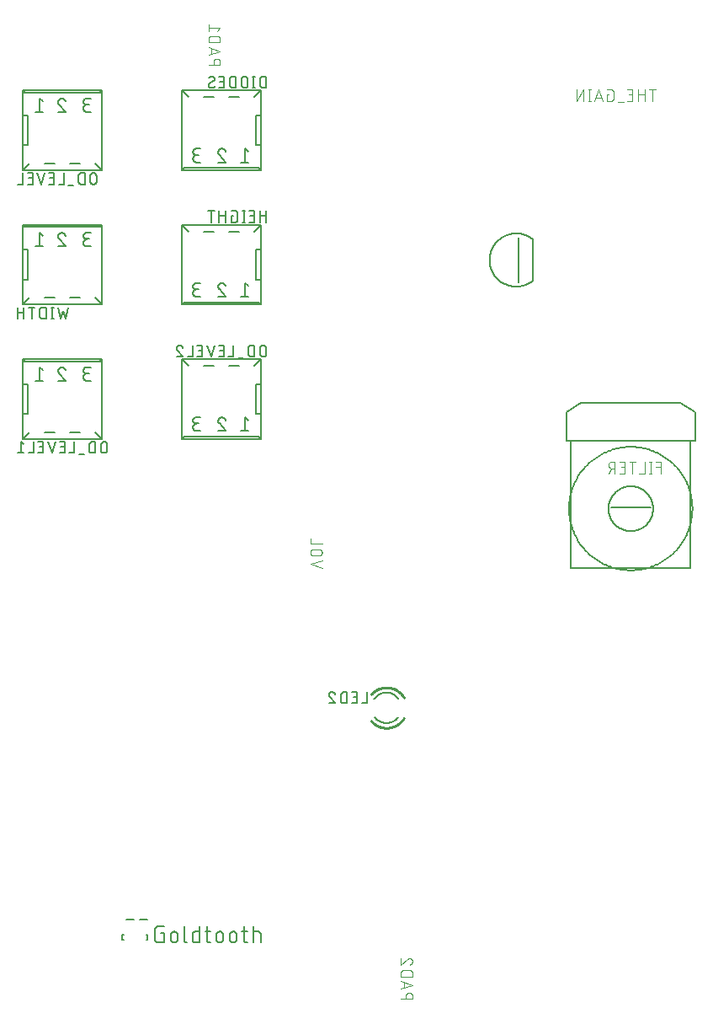
<source format=gbr>
G04 EAGLE Gerber X2 export*
%TF.Part,Single*%
%TF.FileFunction,Legend,Bot,1*%
%TF.FilePolarity,Positive*%
%TF.GenerationSoftware,Autodesk,EAGLE,9.2.2*%
%TF.CreationDate,2019-01-08T22:45:00Z*%
G75*
%MOMM*%
%FSLAX34Y34*%
%LPD*%
%INSilkscreen Bottom*%
%AMOC8*
5,1,8,0,0,1.08239X$1,22.5*%
G01*
%ADD10C,0.152400*%
%ADD11C,0.127000*%
%ADD12C,0.254000*%
%ADD13C,0.101600*%
%ADD14C,0.203200*%
%ADD15C,0.200000*%


D10*
X248384Y73293D02*
X251093Y73293D01*
X251093Y64262D01*
X245674Y64262D01*
X245556Y64264D01*
X245438Y64270D01*
X245320Y64279D01*
X245203Y64293D01*
X245086Y64310D01*
X244969Y64331D01*
X244854Y64356D01*
X244739Y64385D01*
X244625Y64418D01*
X244513Y64454D01*
X244402Y64494D01*
X244292Y64537D01*
X244183Y64584D01*
X244076Y64634D01*
X243971Y64689D01*
X243868Y64746D01*
X243767Y64807D01*
X243667Y64871D01*
X243570Y64938D01*
X243475Y65008D01*
X243383Y65082D01*
X243292Y65158D01*
X243205Y65238D01*
X243120Y65320D01*
X243038Y65405D01*
X242958Y65492D01*
X242882Y65583D01*
X242808Y65675D01*
X242738Y65770D01*
X242671Y65867D01*
X242607Y65967D01*
X242546Y66068D01*
X242489Y66171D01*
X242434Y66276D01*
X242384Y66383D01*
X242337Y66492D01*
X242294Y66602D01*
X242254Y66713D01*
X242218Y66825D01*
X242185Y66939D01*
X242156Y67054D01*
X242131Y67169D01*
X242110Y67286D01*
X242093Y67403D01*
X242079Y67520D01*
X242070Y67638D01*
X242064Y67756D01*
X242062Y67874D01*
X242062Y76906D01*
X242064Y77024D01*
X242070Y77142D01*
X242079Y77260D01*
X242093Y77377D01*
X242110Y77494D01*
X242131Y77611D01*
X242156Y77726D01*
X242185Y77841D01*
X242218Y77955D01*
X242254Y78067D01*
X242294Y78178D01*
X242337Y78288D01*
X242384Y78397D01*
X242434Y78504D01*
X242488Y78609D01*
X242546Y78712D01*
X242607Y78813D01*
X242671Y78913D01*
X242738Y79010D01*
X242808Y79105D01*
X242882Y79197D01*
X242958Y79288D01*
X243038Y79375D01*
X243120Y79460D01*
X243205Y79542D01*
X243292Y79622D01*
X243383Y79698D01*
X243475Y79772D01*
X243570Y79842D01*
X243667Y79909D01*
X243767Y79973D01*
X243868Y80034D01*
X243971Y80091D01*
X244076Y80145D01*
X244183Y80196D01*
X244292Y80243D01*
X244402Y80286D01*
X244513Y80326D01*
X244625Y80362D01*
X244739Y80395D01*
X244854Y80424D01*
X244969Y80449D01*
X245086Y80470D01*
X245203Y80487D01*
X245320Y80501D01*
X245438Y80510D01*
X245556Y80516D01*
X245674Y80518D01*
X251093Y80518D01*
X258075Y71487D02*
X258075Y67874D01*
X258076Y71487D02*
X258078Y71606D01*
X258084Y71726D01*
X258094Y71845D01*
X258108Y71963D01*
X258125Y72082D01*
X258147Y72199D01*
X258172Y72316D01*
X258202Y72431D01*
X258235Y72546D01*
X258272Y72660D01*
X258312Y72772D01*
X258357Y72883D01*
X258405Y72992D01*
X258456Y73100D01*
X258511Y73206D01*
X258570Y73310D01*
X258632Y73412D01*
X258697Y73512D01*
X258766Y73610D01*
X258838Y73706D01*
X258913Y73799D01*
X258990Y73889D01*
X259071Y73977D01*
X259155Y74062D01*
X259242Y74144D01*
X259331Y74224D01*
X259423Y74300D01*
X259517Y74374D01*
X259614Y74444D01*
X259712Y74511D01*
X259813Y74575D01*
X259917Y74635D01*
X260022Y74692D01*
X260129Y74745D01*
X260237Y74795D01*
X260347Y74841D01*
X260459Y74883D01*
X260572Y74922D01*
X260686Y74957D01*
X260801Y74988D01*
X260918Y75016D01*
X261035Y75039D01*
X261152Y75059D01*
X261271Y75075D01*
X261390Y75087D01*
X261509Y75095D01*
X261628Y75099D01*
X261748Y75099D01*
X261867Y75095D01*
X261986Y75087D01*
X262105Y75075D01*
X262224Y75059D01*
X262341Y75039D01*
X262458Y75016D01*
X262575Y74988D01*
X262690Y74957D01*
X262804Y74922D01*
X262917Y74883D01*
X263029Y74841D01*
X263139Y74795D01*
X263247Y74745D01*
X263354Y74692D01*
X263459Y74635D01*
X263563Y74575D01*
X263664Y74511D01*
X263762Y74444D01*
X263859Y74374D01*
X263953Y74300D01*
X264045Y74224D01*
X264134Y74144D01*
X264221Y74062D01*
X264305Y73977D01*
X264386Y73889D01*
X264463Y73799D01*
X264538Y73706D01*
X264610Y73610D01*
X264679Y73512D01*
X264744Y73412D01*
X264806Y73310D01*
X264865Y73206D01*
X264920Y73100D01*
X264971Y72992D01*
X265019Y72883D01*
X265064Y72772D01*
X265104Y72660D01*
X265141Y72546D01*
X265174Y72431D01*
X265204Y72316D01*
X265229Y72199D01*
X265251Y72082D01*
X265268Y71963D01*
X265282Y71845D01*
X265292Y71726D01*
X265298Y71606D01*
X265300Y71487D01*
X265300Y67874D01*
X265298Y67755D01*
X265292Y67635D01*
X265282Y67516D01*
X265268Y67398D01*
X265251Y67279D01*
X265229Y67162D01*
X265204Y67045D01*
X265174Y66930D01*
X265141Y66815D01*
X265104Y66701D01*
X265064Y66589D01*
X265019Y66478D01*
X264971Y66369D01*
X264920Y66261D01*
X264865Y66155D01*
X264806Y66051D01*
X264744Y65949D01*
X264679Y65849D01*
X264610Y65751D01*
X264538Y65655D01*
X264463Y65562D01*
X264386Y65472D01*
X264305Y65384D01*
X264221Y65299D01*
X264134Y65217D01*
X264045Y65137D01*
X263953Y65061D01*
X263859Y64987D01*
X263762Y64917D01*
X263664Y64850D01*
X263563Y64786D01*
X263459Y64726D01*
X263354Y64669D01*
X263247Y64616D01*
X263139Y64566D01*
X263029Y64520D01*
X262917Y64478D01*
X262804Y64439D01*
X262690Y64404D01*
X262575Y64373D01*
X262458Y64345D01*
X262341Y64322D01*
X262224Y64302D01*
X262105Y64286D01*
X261986Y64274D01*
X261867Y64266D01*
X261748Y64262D01*
X261628Y64262D01*
X261509Y64266D01*
X261390Y64274D01*
X261271Y64286D01*
X261152Y64302D01*
X261035Y64322D01*
X260918Y64345D01*
X260801Y64373D01*
X260686Y64404D01*
X260572Y64439D01*
X260459Y64478D01*
X260347Y64520D01*
X260237Y64566D01*
X260129Y64616D01*
X260022Y64669D01*
X259917Y64726D01*
X259813Y64786D01*
X259712Y64850D01*
X259614Y64917D01*
X259517Y64987D01*
X259423Y65061D01*
X259331Y65137D01*
X259242Y65217D01*
X259155Y65299D01*
X259071Y65384D01*
X258990Y65472D01*
X258913Y65562D01*
X258838Y65655D01*
X258766Y65751D01*
X258697Y65849D01*
X258632Y65949D01*
X258570Y66051D01*
X258511Y66155D01*
X258456Y66261D01*
X258405Y66369D01*
X258357Y66478D01*
X258312Y66589D01*
X258272Y66701D01*
X258235Y66815D01*
X258202Y66930D01*
X258172Y67045D01*
X258147Y67162D01*
X258125Y67279D01*
X258108Y67398D01*
X258094Y67516D01*
X258084Y67635D01*
X258078Y67755D01*
X258076Y67874D01*
X271859Y66971D02*
X271859Y80518D01*
X271860Y66971D02*
X271862Y66870D01*
X271868Y66769D01*
X271877Y66668D01*
X271890Y66567D01*
X271907Y66467D01*
X271928Y66368D01*
X271952Y66270D01*
X271980Y66173D01*
X272012Y66076D01*
X272047Y65981D01*
X272086Y65888D01*
X272128Y65796D01*
X272174Y65705D01*
X272223Y65617D01*
X272275Y65530D01*
X272331Y65445D01*
X272389Y65362D01*
X272451Y65282D01*
X272516Y65204D01*
X272583Y65128D01*
X272653Y65055D01*
X272726Y64985D01*
X272802Y64918D01*
X272880Y64853D01*
X272960Y64791D01*
X273043Y64733D01*
X273128Y64677D01*
X273215Y64625D01*
X273303Y64576D01*
X273394Y64530D01*
X273486Y64488D01*
X273579Y64449D01*
X273674Y64414D01*
X273771Y64382D01*
X273868Y64354D01*
X273966Y64330D01*
X274065Y64309D01*
X274165Y64292D01*
X274266Y64279D01*
X274367Y64270D01*
X274468Y64264D01*
X274569Y64262D01*
X287111Y64262D02*
X287111Y80518D01*
X287111Y64262D02*
X282595Y64262D01*
X282494Y64264D01*
X282393Y64270D01*
X282292Y64279D01*
X282191Y64292D01*
X282091Y64309D01*
X281992Y64330D01*
X281894Y64354D01*
X281797Y64382D01*
X281700Y64414D01*
X281605Y64449D01*
X281512Y64488D01*
X281420Y64530D01*
X281329Y64576D01*
X281241Y64625D01*
X281154Y64677D01*
X281069Y64733D01*
X280986Y64791D01*
X280906Y64853D01*
X280828Y64918D01*
X280752Y64985D01*
X280679Y65055D01*
X280609Y65128D01*
X280542Y65204D01*
X280477Y65282D01*
X280415Y65362D01*
X280357Y65445D01*
X280301Y65530D01*
X280249Y65617D01*
X280200Y65705D01*
X280154Y65796D01*
X280112Y65888D01*
X280073Y65981D01*
X280038Y66076D01*
X280006Y66173D01*
X279978Y66270D01*
X279954Y66368D01*
X279933Y66467D01*
X279916Y66567D01*
X279903Y66668D01*
X279894Y66769D01*
X279888Y66870D01*
X279886Y66971D01*
X279886Y72390D01*
X279888Y72491D01*
X279894Y72592D01*
X279903Y72693D01*
X279916Y72794D01*
X279933Y72894D01*
X279954Y72993D01*
X279978Y73091D01*
X280006Y73188D01*
X280038Y73285D01*
X280073Y73380D01*
X280112Y73473D01*
X280154Y73565D01*
X280200Y73656D01*
X280249Y73745D01*
X280301Y73831D01*
X280357Y73916D01*
X280415Y73999D01*
X280477Y74079D01*
X280542Y74157D01*
X280609Y74233D01*
X280679Y74306D01*
X280752Y74376D01*
X280828Y74443D01*
X280906Y74508D01*
X280986Y74570D01*
X281069Y74628D01*
X281154Y74684D01*
X281241Y74736D01*
X281329Y74785D01*
X281420Y74831D01*
X281512Y74873D01*
X281605Y74912D01*
X281700Y74947D01*
X281797Y74979D01*
X281894Y75007D01*
X281992Y75031D01*
X282091Y75052D01*
X282191Y75069D01*
X282292Y75082D01*
X282393Y75091D01*
X282494Y75097D01*
X282595Y75099D01*
X287111Y75099D01*
X292730Y75099D02*
X298149Y75099D01*
X294536Y80518D02*
X294536Y66971D01*
X294538Y66870D01*
X294544Y66769D01*
X294553Y66668D01*
X294566Y66567D01*
X294583Y66467D01*
X294604Y66368D01*
X294628Y66270D01*
X294656Y66173D01*
X294688Y66076D01*
X294723Y65981D01*
X294762Y65888D01*
X294804Y65796D01*
X294850Y65705D01*
X294899Y65617D01*
X294951Y65530D01*
X295007Y65445D01*
X295065Y65362D01*
X295127Y65282D01*
X295192Y65204D01*
X295259Y65128D01*
X295329Y65055D01*
X295402Y64985D01*
X295478Y64918D01*
X295556Y64853D01*
X295636Y64791D01*
X295719Y64733D01*
X295804Y64677D01*
X295891Y64625D01*
X295979Y64576D01*
X296070Y64530D01*
X296162Y64488D01*
X296255Y64449D01*
X296350Y64414D01*
X296447Y64382D01*
X296544Y64354D01*
X296642Y64330D01*
X296741Y64309D01*
X296841Y64292D01*
X296942Y64279D01*
X297043Y64270D01*
X297144Y64264D01*
X297245Y64262D01*
X298149Y64262D01*
X303927Y67874D02*
X303927Y71487D01*
X303929Y71606D01*
X303935Y71726D01*
X303945Y71845D01*
X303959Y71963D01*
X303976Y72082D01*
X303998Y72199D01*
X304023Y72316D01*
X304053Y72431D01*
X304086Y72546D01*
X304123Y72660D01*
X304163Y72772D01*
X304208Y72883D01*
X304256Y72992D01*
X304307Y73100D01*
X304362Y73206D01*
X304421Y73310D01*
X304483Y73412D01*
X304548Y73512D01*
X304617Y73610D01*
X304689Y73706D01*
X304764Y73799D01*
X304841Y73889D01*
X304922Y73977D01*
X305006Y74062D01*
X305093Y74144D01*
X305182Y74224D01*
X305274Y74300D01*
X305368Y74374D01*
X305465Y74444D01*
X305563Y74511D01*
X305664Y74575D01*
X305768Y74635D01*
X305873Y74692D01*
X305980Y74745D01*
X306088Y74795D01*
X306198Y74841D01*
X306310Y74883D01*
X306423Y74922D01*
X306537Y74957D01*
X306652Y74988D01*
X306769Y75016D01*
X306886Y75039D01*
X307003Y75059D01*
X307122Y75075D01*
X307241Y75087D01*
X307360Y75095D01*
X307479Y75099D01*
X307599Y75099D01*
X307718Y75095D01*
X307837Y75087D01*
X307956Y75075D01*
X308075Y75059D01*
X308192Y75039D01*
X308309Y75016D01*
X308426Y74988D01*
X308541Y74957D01*
X308655Y74922D01*
X308768Y74883D01*
X308880Y74841D01*
X308990Y74795D01*
X309098Y74745D01*
X309205Y74692D01*
X309310Y74635D01*
X309414Y74575D01*
X309515Y74511D01*
X309613Y74444D01*
X309710Y74374D01*
X309804Y74300D01*
X309896Y74224D01*
X309985Y74144D01*
X310072Y74062D01*
X310156Y73977D01*
X310237Y73889D01*
X310314Y73799D01*
X310389Y73706D01*
X310461Y73610D01*
X310530Y73512D01*
X310595Y73412D01*
X310657Y73310D01*
X310716Y73206D01*
X310771Y73100D01*
X310822Y72992D01*
X310870Y72883D01*
X310915Y72772D01*
X310955Y72660D01*
X310992Y72546D01*
X311025Y72431D01*
X311055Y72316D01*
X311080Y72199D01*
X311102Y72082D01*
X311119Y71963D01*
X311133Y71845D01*
X311143Y71726D01*
X311149Y71606D01*
X311151Y71487D01*
X311152Y71487D02*
X311152Y67874D01*
X311151Y67874D02*
X311149Y67755D01*
X311143Y67635D01*
X311133Y67516D01*
X311119Y67398D01*
X311102Y67279D01*
X311080Y67162D01*
X311055Y67045D01*
X311025Y66930D01*
X310992Y66815D01*
X310955Y66701D01*
X310915Y66589D01*
X310870Y66478D01*
X310822Y66369D01*
X310771Y66261D01*
X310716Y66155D01*
X310657Y66051D01*
X310595Y65949D01*
X310530Y65849D01*
X310461Y65751D01*
X310389Y65655D01*
X310314Y65562D01*
X310237Y65472D01*
X310156Y65384D01*
X310072Y65299D01*
X309985Y65217D01*
X309896Y65137D01*
X309804Y65061D01*
X309710Y64987D01*
X309613Y64917D01*
X309515Y64850D01*
X309414Y64786D01*
X309310Y64726D01*
X309205Y64669D01*
X309098Y64616D01*
X308990Y64566D01*
X308880Y64520D01*
X308768Y64478D01*
X308655Y64439D01*
X308541Y64404D01*
X308426Y64373D01*
X308309Y64345D01*
X308192Y64322D01*
X308075Y64302D01*
X307956Y64286D01*
X307837Y64274D01*
X307718Y64266D01*
X307599Y64262D01*
X307479Y64262D01*
X307360Y64266D01*
X307241Y64274D01*
X307122Y64286D01*
X307003Y64302D01*
X306886Y64322D01*
X306769Y64345D01*
X306652Y64373D01*
X306537Y64404D01*
X306423Y64439D01*
X306310Y64478D01*
X306198Y64520D01*
X306088Y64566D01*
X305980Y64616D01*
X305873Y64669D01*
X305768Y64726D01*
X305664Y64786D01*
X305563Y64850D01*
X305465Y64917D01*
X305368Y64987D01*
X305274Y65061D01*
X305182Y65137D01*
X305093Y65217D01*
X305006Y65299D01*
X304922Y65384D01*
X304841Y65472D01*
X304764Y65562D01*
X304689Y65655D01*
X304617Y65751D01*
X304548Y65849D01*
X304483Y65949D01*
X304421Y66051D01*
X304362Y66155D01*
X304307Y66261D01*
X304256Y66369D01*
X304208Y66478D01*
X304163Y66589D01*
X304123Y66701D01*
X304086Y66815D01*
X304053Y66930D01*
X304023Y67045D01*
X303998Y67162D01*
X303976Y67279D01*
X303959Y67398D01*
X303945Y67516D01*
X303935Y67635D01*
X303929Y67755D01*
X303927Y67874D01*
X317474Y67874D02*
X317474Y71487D01*
X317476Y71606D01*
X317482Y71726D01*
X317492Y71845D01*
X317506Y71963D01*
X317523Y72082D01*
X317545Y72199D01*
X317570Y72316D01*
X317600Y72431D01*
X317633Y72546D01*
X317670Y72660D01*
X317710Y72772D01*
X317755Y72883D01*
X317803Y72992D01*
X317854Y73100D01*
X317909Y73206D01*
X317968Y73310D01*
X318030Y73412D01*
X318095Y73512D01*
X318164Y73610D01*
X318236Y73706D01*
X318311Y73799D01*
X318388Y73889D01*
X318469Y73977D01*
X318553Y74062D01*
X318640Y74144D01*
X318729Y74224D01*
X318821Y74300D01*
X318915Y74374D01*
X319012Y74444D01*
X319110Y74511D01*
X319211Y74575D01*
X319315Y74635D01*
X319420Y74692D01*
X319527Y74745D01*
X319635Y74795D01*
X319745Y74841D01*
X319857Y74883D01*
X319970Y74922D01*
X320084Y74957D01*
X320199Y74988D01*
X320316Y75016D01*
X320433Y75039D01*
X320550Y75059D01*
X320669Y75075D01*
X320788Y75087D01*
X320907Y75095D01*
X321026Y75099D01*
X321146Y75099D01*
X321265Y75095D01*
X321384Y75087D01*
X321503Y75075D01*
X321622Y75059D01*
X321739Y75039D01*
X321856Y75016D01*
X321973Y74988D01*
X322088Y74957D01*
X322202Y74922D01*
X322315Y74883D01*
X322427Y74841D01*
X322537Y74795D01*
X322645Y74745D01*
X322752Y74692D01*
X322857Y74635D01*
X322961Y74575D01*
X323062Y74511D01*
X323160Y74444D01*
X323257Y74374D01*
X323351Y74300D01*
X323443Y74224D01*
X323532Y74144D01*
X323619Y74062D01*
X323703Y73977D01*
X323784Y73889D01*
X323861Y73799D01*
X323936Y73706D01*
X324008Y73610D01*
X324077Y73512D01*
X324142Y73412D01*
X324204Y73310D01*
X324263Y73206D01*
X324318Y73100D01*
X324369Y72992D01*
X324417Y72883D01*
X324462Y72772D01*
X324502Y72660D01*
X324539Y72546D01*
X324572Y72431D01*
X324602Y72316D01*
X324627Y72199D01*
X324649Y72082D01*
X324666Y71963D01*
X324680Y71845D01*
X324690Y71726D01*
X324696Y71606D01*
X324698Y71487D01*
X324699Y71487D02*
X324699Y67874D01*
X324698Y67874D02*
X324696Y67755D01*
X324690Y67635D01*
X324680Y67516D01*
X324666Y67398D01*
X324649Y67279D01*
X324627Y67162D01*
X324602Y67045D01*
X324572Y66930D01*
X324539Y66815D01*
X324502Y66701D01*
X324462Y66589D01*
X324417Y66478D01*
X324369Y66369D01*
X324318Y66261D01*
X324263Y66155D01*
X324204Y66051D01*
X324142Y65949D01*
X324077Y65849D01*
X324008Y65751D01*
X323936Y65655D01*
X323861Y65562D01*
X323784Y65472D01*
X323703Y65384D01*
X323619Y65299D01*
X323532Y65217D01*
X323443Y65137D01*
X323351Y65061D01*
X323257Y64987D01*
X323160Y64917D01*
X323062Y64850D01*
X322961Y64786D01*
X322857Y64726D01*
X322752Y64669D01*
X322645Y64616D01*
X322537Y64566D01*
X322427Y64520D01*
X322315Y64478D01*
X322202Y64439D01*
X322088Y64404D01*
X321973Y64373D01*
X321856Y64345D01*
X321739Y64322D01*
X321622Y64302D01*
X321503Y64286D01*
X321384Y64274D01*
X321265Y64266D01*
X321146Y64262D01*
X321026Y64262D01*
X320907Y64266D01*
X320788Y64274D01*
X320669Y64286D01*
X320550Y64302D01*
X320433Y64322D01*
X320316Y64345D01*
X320199Y64373D01*
X320084Y64404D01*
X319970Y64439D01*
X319857Y64478D01*
X319745Y64520D01*
X319635Y64566D01*
X319527Y64616D01*
X319420Y64669D01*
X319315Y64726D01*
X319211Y64786D01*
X319110Y64850D01*
X319012Y64917D01*
X318915Y64987D01*
X318821Y65061D01*
X318729Y65137D01*
X318640Y65217D01*
X318553Y65299D01*
X318469Y65384D01*
X318388Y65472D01*
X318311Y65562D01*
X318236Y65655D01*
X318164Y65751D01*
X318095Y65849D01*
X318030Y65949D01*
X317968Y66051D01*
X317909Y66155D01*
X317854Y66261D01*
X317803Y66369D01*
X317755Y66478D01*
X317710Y66589D01*
X317670Y66701D01*
X317633Y66815D01*
X317600Y66930D01*
X317570Y67045D01*
X317545Y67162D01*
X317523Y67279D01*
X317506Y67398D01*
X317492Y67516D01*
X317482Y67635D01*
X317476Y67755D01*
X317474Y67874D01*
X329724Y75099D02*
X335142Y75099D01*
X331530Y80518D02*
X331530Y66971D01*
X331532Y66870D01*
X331538Y66769D01*
X331547Y66668D01*
X331560Y66567D01*
X331577Y66467D01*
X331598Y66368D01*
X331622Y66270D01*
X331650Y66173D01*
X331682Y66076D01*
X331717Y65981D01*
X331756Y65888D01*
X331798Y65796D01*
X331844Y65705D01*
X331893Y65617D01*
X331945Y65530D01*
X332001Y65445D01*
X332059Y65362D01*
X332121Y65282D01*
X332186Y65204D01*
X332253Y65128D01*
X332323Y65055D01*
X332396Y64985D01*
X332472Y64918D01*
X332550Y64853D01*
X332630Y64791D01*
X332713Y64733D01*
X332798Y64677D01*
X332885Y64625D01*
X332973Y64576D01*
X333064Y64530D01*
X333156Y64488D01*
X333249Y64449D01*
X333344Y64414D01*
X333441Y64382D01*
X333538Y64354D01*
X333636Y64330D01*
X333735Y64309D01*
X333835Y64292D01*
X333936Y64279D01*
X334037Y64270D01*
X334138Y64264D01*
X334239Y64262D01*
X335142Y64262D01*
X341442Y64262D02*
X341442Y80518D01*
X341442Y75099D02*
X345957Y75099D01*
X346061Y75097D01*
X346164Y75091D01*
X346268Y75081D01*
X346371Y75067D01*
X346473Y75049D01*
X346574Y75028D01*
X346675Y75002D01*
X346774Y74973D01*
X346873Y74940D01*
X346970Y74903D01*
X347065Y74862D01*
X347159Y74818D01*
X347251Y74770D01*
X347341Y74719D01*
X347430Y74664D01*
X347516Y74606D01*
X347599Y74544D01*
X347681Y74480D01*
X347759Y74412D01*
X347835Y74342D01*
X347909Y74269D01*
X347979Y74192D01*
X348047Y74114D01*
X348111Y74032D01*
X348173Y73949D01*
X348231Y73863D01*
X348286Y73774D01*
X348337Y73684D01*
X348385Y73592D01*
X348429Y73498D01*
X348470Y73403D01*
X348507Y73306D01*
X348540Y73207D01*
X348569Y73108D01*
X348595Y73007D01*
X348616Y72906D01*
X348634Y72804D01*
X348648Y72701D01*
X348658Y72597D01*
X348664Y72494D01*
X348666Y72390D01*
X348667Y72390D02*
X348667Y64262D01*
X349200Y705000D02*
X347300Y705000D01*
X349200Y785000D02*
X269200Y785000D01*
X269200Y705000D01*
X344200Y760000D02*
X349200Y760000D01*
X344200Y760000D02*
X344200Y730000D01*
X349200Y730000D01*
X347300Y707060D02*
X347300Y705000D01*
X271100Y705000D02*
X271100Y707060D01*
X271100Y705000D02*
X269200Y705000D01*
X271100Y707060D02*
X347300Y707060D01*
X347300Y705000D02*
X271100Y705000D01*
X342220Y778180D02*
X349200Y785000D01*
X326980Y778180D02*
X316820Y778180D01*
X349200Y785000D02*
X349200Y760000D01*
X349200Y730000D01*
X349200Y705000D01*
X301580Y778180D02*
X291420Y778180D01*
X276180Y778180D02*
X269200Y785000D01*
X332568Y726618D02*
X336378Y723570D01*
X332568Y726618D02*
X332568Y712902D01*
X336378Y712902D02*
X328758Y712902D01*
X309327Y726618D02*
X309212Y726616D01*
X309098Y726610D01*
X308984Y726601D01*
X308870Y726587D01*
X308757Y726570D01*
X308644Y726549D01*
X308532Y726525D01*
X308421Y726496D01*
X308311Y726464D01*
X308202Y726428D01*
X308095Y726389D01*
X307988Y726346D01*
X307884Y726299D01*
X307780Y726249D01*
X307679Y726196D01*
X307580Y726139D01*
X307482Y726079D01*
X307386Y726016D01*
X307293Y725950D01*
X307202Y725880D01*
X307113Y725808D01*
X307027Y725732D01*
X306943Y725654D01*
X306862Y725573D01*
X306784Y725489D01*
X306708Y725403D01*
X306636Y725314D01*
X306566Y725223D01*
X306500Y725130D01*
X306437Y725034D01*
X306377Y724936D01*
X306320Y724837D01*
X306267Y724736D01*
X306217Y724632D01*
X306170Y724528D01*
X306127Y724421D01*
X306088Y724314D01*
X306052Y724205D01*
X306020Y724095D01*
X305991Y723984D01*
X305967Y723872D01*
X305946Y723759D01*
X305929Y723646D01*
X305915Y723532D01*
X305906Y723418D01*
X305900Y723304D01*
X305898Y723189D01*
X309327Y726618D02*
X309459Y726616D01*
X309591Y726610D01*
X309722Y726600D01*
X309853Y726586D01*
X309984Y726569D01*
X310114Y726547D01*
X310244Y726522D01*
X310372Y726492D01*
X310500Y726459D01*
X310626Y726422D01*
X310752Y726381D01*
X310876Y726337D01*
X310999Y726288D01*
X311120Y726237D01*
X311240Y726181D01*
X311358Y726122D01*
X311474Y726060D01*
X311588Y725994D01*
X311700Y725924D01*
X311810Y725851D01*
X311918Y725775D01*
X312023Y725696D01*
X312126Y725614D01*
X312227Y725529D01*
X312325Y725440D01*
X312420Y725349D01*
X312513Y725255D01*
X312602Y725158D01*
X312689Y725059D01*
X312773Y724957D01*
X312853Y724853D01*
X312931Y724746D01*
X313005Y724637D01*
X313076Y724526D01*
X313144Y724412D01*
X313208Y724297D01*
X313268Y724180D01*
X313326Y724061D01*
X313379Y723941D01*
X313429Y723819D01*
X313475Y723695D01*
X313518Y723570D01*
X307041Y720522D02*
X306956Y720606D01*
X306874Y720692D01*
X306794Y720781D01*
X306718Y720873D01*
X306644Y720966D01*
X306574Y721063D01*
X306506Y721161D01*
X306442Y721262D01*
X306382Y721365D01*
X306324Y721469D01*
X306270Y721575D01*
X306220Y721684D01*
X306173Y721793D01*
X306129Y721904D01*
X306090Y722017D01*
X306053Y722130D01*
X306021Y722245D01*
X305992Y722361D01*
X305967Y722478D01*
X305946Y722595D01*
X305929Y722713D01*
X305915Y722832D01*
X305906Y722951D01*
X305900Y723070D01*
X305898Y723189D01*
X307041Y720522D02*
X313518Y712902D01*
X305898Y712902D01*
X288118Y712902D02*
X284308Y712902D01*
X284186Y712904D01*
X284064Y712910D01*
X283942Y712920D01*
X283821Y712933D01*
X283700Y712951D01*
X283580Y712972D01*
X283460Y712998D01*
X283342Y713027D01*
X283224Y713059D01*
X283107Y713096D01*
X282992Y713136D01*
X282878Y713180D01*
X282766Y713228D01*
X282655Y713279D01*
X282546Y713334D01*
X282438Y713392D01*
X282333Y713454D01*
X282230Y713519D01*
X282128Y713587D01*
X282029Y713659D01*
X281933Y713733D01*
X281838Y713811D01*
X281747Y713892D01*
X281657Y713975D01*
X281571Y714061D01*
X281488Y714151D01*
X281407Y714242D01*
X281329Y714337D01*
X281255Y714433D01*
X281183Y714532D01*
X281115Y714634D01*
X281050Y714737D01*
X280988Y714842D01*
X280930Y714950D01*
X280875Y715059D01*
X280824Y715170D01*
X280776Y715282D01*
X280732Y715396D01*
X280692Y715511D01*
X280655Y715628D01*
X280623Y715746D01*
X280594Y715864D01*
X280568Y715984D01*
X280547Y716104D01*
X280529Y716225D01*
X280516Y716346D01*
X280506Y716468D01*
X280500Y716590D01*
X280498Y716712D01*
X280500Y716834D01*
X280506Y716956D01*
X280516Y717078D01*
X280529Y717199D01*
X280547Y717320D01*
X280568Y717440D01*
X280594Y717560D01*
X280623Y717678D01*
X280655Y717796D01*
X280692Y717913D01*
X280732Y718028D01*
X280776Y718142D01*
X280824Y718254D01*
X280875Y718365D01*
X280930Y718474D01*
X280988Y718582D01*
X281050Y718687D01*
X281115Y718790D01*
X281183Y718892D01*
X281255Y718991D01*
X281329Y719087D01*
X281407Y719182D01*
X281488Y719273D01*
X281571Y719363D01*
X281657Y719449D01*
X281747Y719532D01*
X281838Y719613D01*
X281933Y719691D01*
X282029Y719765D01*
X282128Y719837D01*
X282230Y719905D01*
X282333Y719970D01*
X282438Y720032D01*
X282546Y720090D01*
X282655Y720145D01*
X282766Y720196D01*
X282878Y720244D01*
X282992Y720288D01*
X283107Y720328D01*
X283224Y720365D01*
X283342Y720397D01*
X283460Y720426D01*
X283580Y720452D01*
X283700Y720473D01*
X283821Y720491D01*
X283942Y720504D01*
X284064Y720514D01*
X284186Y720520D01*
X284308Y720522D01*
X283546Y726618D02*
X288118Y726618D01*
X283546Y726618D02*
X283437Y726616D01*
X283329Y726610D01*
X283220Y726601D01*
X283112Y726587D01*
X283005Y726570D01*
X282898Y726548D01*
X282792Y726523D01*
X282687Y726495D01*
X282583Y726462D01*
X282481Y726426D01*
X282380Y726386D01*
X282280Y726343D01*
X282182Y726296D01*
X282085Y726245D01*
X281991Y726191D01*
X281898Y726134D01*
X281808Y726074D01*
X281719Y726010D01*
X281633Y725943D01*
X281550Y725874D01*
X281469Y725801D01*
X281391Y725725D01*
X281315Y725647D01*
X281242Y725566D01*
X281173Y725483D01*
X281106Y725397D01*
X281042Y725308D01*
X280982Y725218D01*
X280925Y725125D01*
X280871Y725031D01*
X280820Y724934D01*
X280773Y724836D01*
X280730Y724736D01*
X280690Y724635D01*
X280654Y724533D01*
X280621Y724429D01*
X280593Y724324D01*
X280568Y724218D01*
X280546Y724111D01*
X280529Y724004D01*
X280515Y723896D01*
X280506Y723787D01*
X280500Y723679D01*
X280498Y723570D01*
X280500Y723461D01*
X280506Y723353D01*
X280515Y723244D01*
X280529Y723136D01*
X280546Y723029D01*
X280568Y722922D01*
X280593Y722816D01*
X280621Y722711D01*
X280654Y722607D01*
X280690Y722505D01*
X280730Y722404D01*
X280773Y722304D01*
X280820Y722206D01*
X280871Y722109D01*
X280925Y722015D01*
X280982Y721922D01*
X281042Y721832D01*
X281106Y721743D01*
X281173Y721657D01*
X281242Y721574D01*
X281315Y721493D01*
X281391Y721415D01*
X281469Y721339D01*
X281550Y721266D01*
X281633Y721197D01*
X281719Y721130D01*
X281808Y721066D01*
X281898Y721006D01*
X281991Y720949D01*
X282085Y720895D01*
X282182Y720844D01*
X282280Y720797D01*
X282380Y720754D01*
X282481Y720714D01*
X282583Y720678D01*
X282687Y720645D01*
X282792Y720617D01*
X282898Y720592D01*
X283005Y720570D01*
X283112Y720553D01*
X283220Y720539D01*
X283329Y720530D01*
X283437Y720524D01*
X283546Y720522D01*
X286594Y720522D01*
D11*
X354285Y787705D02*
X354285Y799135D01*
X354285Y794055D02*
X347935Y794055D01*
X347935Y799135D02*
X347935Y787705D01*
X342068Y787705D02*
X336988Y787705D01*
X342068Y787705D02*
X342068Y799135D01*
X336988Y799135D01*
X338258Y794055D02*
X342068Y794055D01*
X331679Y799135D02*
X331679Y787705D01*
X332949Y787705D02*
X330409Y787705D01*
X330409Y799135D02*
X332949Y799135D01*
X320884Y794055D02*
X318979Y794055D01*
X318979Y787705D01*
X322789Y787705D01*
X322889Y787707D01*
X322988Y787713D01*
X323088Y787723D01*
X323186Y787736D01*
X323285Y787754D01*
X323382Y787775D01*
X323478Y787800D01*
X323574Y787829D01*
X323668Y787862D01*
X323761Y787898D01*
X323852Y787938D01*
X323942Y787982D01*
X324030Y788029D01*
X324116Y788079D01*
X324200Y788133D01*
X324282Y788190D01*
X324361Y788250D01*
X324439Y788314D01*
X324513Y788380D01*
X324585Y788449D01*
X324654Y788521D01*
X324720Y788595D01*
X324784Y788673D01*
X324844Y788752D01*
X324901Y788834D01*
X324955Y788918D01*
X325005Y789004D01*
X325052Y789092D01*
X325096Y789182D01*
X325136Y789273D01*
X325172Y789366D01*
X325205Y789460D01*
X325234Y789556D01*
X325259Y789652D01*
X325280Y789749D01*
X325298Y789848D01*
X325311Y789946D01*
X325321Y790046D01*
X325327Y790145D01*
X325329Y790245D01*
X325329Y796595D01*
X325327Y796695D01*
X325321Y796794D01*
X325311Y796894D01*
X325298Y796992D01*
X325280Y797091D01*
X325259Y797188D01*
X325234Y797284D01*
X325205Y797380D01*
X325172Y797474D01*
X325136Y797567D01*
X325096Y797658D01*
X325052Y797748D01*
X325005Y797836D01*
X324955Y797922D01*
X324901Y798006D01*
X324844Y798088D01*
X324784Y798167D01*
X324720Y798245D01*
X324654Y798319D01*
X324585Y798391D01*
X324513Y798460D01*
X324439Y798526D01*
X324361Y798590D01*
X324282Y798650D01*
X324200Y798707D01*
X324116Y798761D01*
X324030Y798811D01*
X323942Y798858D01*
X323852Y798902D01*
X323761Y798942D01*
X323668Y798978D01*
X323574Y799011D01*
X323478Y799040D01*
X323382Y799065D01*
X323285Y799086D01*
X323186Y799104D01*
X323088Y799117D01*
X322988Y799127D01*
X322889Y799133D01*
X322789Y799135D01*
X318979Y799135D01*
X313137Y799135D02*
X313137Y787705D01*
X313137Y794055D02*
X306787Y794055D01*
X306787Y799135D02*
X306787Y787705D01*
X298913Y787705D02*
X298913Y799135D01*
X302088Y799135D02*
X295738Y799135D01*
D10*
X475000Y315240D02*
X474628Y315235D01*
X474257Y315222D01*
X473886Y315199D01*
X473516Y315168D01*
X473147Y315127D01*
X472779Y315077D01*
X472412Y315019D01*
X472047Y314951D01*
X471683Y314875D01*
X471322Y314790D01*
X470963Y314695D01*
X470606Y314593D01*
X470251Y314481D01*
X469900Y314361D01*
X469551Y314233D01*
X469206Y314096D01*
X468864Y313950D01*
X468526Y313797D01*
X468192Y313635D01*
X467862Y313465D01*
X467536Y313287D01*
X467214Y313101D01*
X466897Y312907D01*
X466585Y312706D01*
X466278Y312497D01*
X465976Y312281D01*
X465679Y312057D01*
X465388Y311827D01*
X465103Y311589D01*
X464823Y311344D01*
X464550Y311093D01*
X464283Y310835D01*
X464022Y310571D01*
X463767Y310300D01*
X463520Y310023D01*
X463279Y309740D01*
X463045Y309452D01*
X462818Y309158D01*
X462599Y308858D01*
X475000Y315240D02*
X475372Y315235D01*
X475743Y315222D01*
X476115Y315199D01*
X476485Y315167D01*
X476855Y315127D01*
X477223Y315077D01*
X477591Y315018D01*
X477956Y314951D01*
X478320Y314874D01*
X478682Y314788D01*
X479042Y314694D01*
X479399Y314591D01*
X479754Y314480D01*
X480106Y314359D01*
X480455Y314230D01*
X480800Y314093D01*
X481142Y313947D01*
X481481Y313793D01*
X481816Y313631D01*
X482146Y313461D01*
X482472Y313282D01*
X482794Y313096D01*
X483112Y312902D01*
X483424Y312700D01*
X483731Y312491D01*
X484033Y312274D01*
X484330Y312050D01*
X484622Y311819D01*
X484907Y311581D01*
X485187Y311335D01*
X485460Y311083D01*
X485728Y310825D01*
X485988Y310560D01*
X486243Y310289D01*
X486491Y310011D01*
X486731Y309728D01*
X486965Y309439D01*
X487192Y309144D01*
X475000Y284760D02*
X474635Y284764D01*
X474270Y284777D01*
X473906Y284799D01*
X473543Y284830D01*
X473180Y284869D01*
X472818Y284917D01*
X472458Y284974D01*
X472099Y285039D01*
X471741Y285112D01*
X471386Y285195D01*
X471033Y285285D01*
X470681Y285385D01*
X470333Y285492D01*
X469987Y285608D01*
X469644Y285732D01*
X469304Y285865D01*
X468967Y286005D01*
X468634Y286153D01*
X468304Y286310D01*
X467978Y286474D01*
X467656Y286646D01*
X467339Y286826D01*
X467026Y287013D01*
X466717Y287207D01*
X466413Y287409D01*
X466114Y287619D01*
X465820Y287835D01*
X465532Y288058D01*
X465249Y288288D01*
X464971Y288525D01*
X464699Y288768D01*
X464433Y289018D01*
X464173Y289274D01*
X463920Y289537D01*
X463672Y289805D01*
X463432Y290079D01*
X463197Y290359D01*
X462970Y290644D01*
X475000Y284760D02*
X475365Y284764D01*
X475730Y284777D01*
X476094Y284799D01*
X476457Y284830D01*
X476820Y284869D01*
X477182Y284917D01*
X477542Y284974D01*
X477901Y285039D01*
X478259Y285112D01*
X478614Y285195D01*
X478967Y285285D01*
X479319Y285385D01*
X479667Y285492D01*
X480013Y285608D01*
X480356Y285732D01*
X480696Y285865D01*
X481033Y286005D01*
X481366Y286153D01*
X481696Y286310D01*
X482022Y286474D01*
X482344Y286646D01*
X482661Y286826D01*
X482974Y287013D01*
X483283Y287207D01*
X483587Y287409D01*
X483886Y287619D01*
X484180Y287835D01*
X484468Y288058D01*
X484751Y288288D01*
X485029Y288525D01*
X485301Y288768D01*
X485567Y289018D01*
X485827Y289274D01*
X486080Y289537D01*
X486328Y289805D01*
X486568Y290079D01*
X486803Y290359D01*
X487030Y290644D01*
D12*
X475000Y320320D02*
X474506Y320314D01*
X474012Y320296D01*
X473518Y320266D01*
X473025Y320224D01*
X472534Y320170D01*
X472044Y320104D01*
X471556Y320026D01*
X471069Y319936D01*
X470585Y319835D01*
X470104Y319721D01*
X469626Y319596D01*
X469150Y319460D01*
X468679Y319312D01*
X468211Y319152D01*
X467747Y318981D01*
X467287Y318799D01*
X466832Y318606D01*
X466381Y318402D01*
X465936Y318187D01*
X465496Y317961D01*
X465062Y317724D01*
X464634Y317477D01*
X464212Y317220D01*
X463796Y316952D01*
X463387Y316674D01*
X462985Y316387D01*
X462589Y316090D01*
X462202Y315783D01*
X461821Y315467D01*
X461449Y315142D01*
X461084Y314807D01*
X460728Y314464D01*
X460381Y314113D01*
X460041Y313753D01*
X459711Y313385D01*
X459390Y313009D01*
X475000Y320320D02*
X475488Y320314D01*
X475975Y320297D01*
X476462Y320267D01*
X476949Y320226D01*
X477434Y320174D01*
X477918Y320109D01*
X478400Y320033D01*
X478880Y319946D01*
X479358Y319847D01*
X479833Y319737D01*
X480306Y319615D01*
X480775Y319482D01*
X481242Y319337D01*
X481704Y319182D01*
X482163Y319015D01*
X482618Y318838D01*
X483068Y318649D01*
X483513Y318450D01*
X483954Y318240D01*
X484390Y318020D01*
X484820Y317789D01*
X485244Y317548D01*
X485662Y317297D01*
X486075Y317036D01*
X486481Y316765D01*
X486880Y316485D01*
X487273Y316195D01*
X487658Y315895D01*
X488036Y315586D01*
X488407Y315269D01*
X488769Y314942D01*
X489124Y314607D01*
X489471Y314264D01*
X489809Y313912D01*
X490139Y313553D01*
X490460Y313185D01*
X490773Y312810D01*
X491076Y312427D01*
X491370Y312038D01*
X491654Y311641D01*
X491929Y311238D01*
X492194Y310828D01*
X492449Y310412D01*
X492694Y309990D01*
X492929Y309562D01*
X475000Y279680D02*
X474510Y279686D01*
X474020Y279704D01*
X473531Y279733D01*
X473042Y279775D01*
X472555Y279828D01*
X472069Y279892D01*
X471585Y279969D01*
X471103Y280057D01*
X470623Y280157D01*
X470145Y280268D01*
X469671Y280391D01*
X469199Y280526D01*
X468731Y280671D01*
X468267Y280828D01*
X467806Y280996D01*
X467350Y281175D01*
X466898Y281365D01*
X466451Y281566D01*
X466009Y281778D01*
X465572Y282000D01*
X465140Y282232D01*
X464714Y282475D01*
X464295Y282729D01*
X463881Y282992D01*
X463474Y283265D01*
X463074Y283548D01*
X462680Y283841D01*
X462294Y284142D01*
X461915Y284454D01*
X461544Y284774D01*
X461181Y285103D01*
X460825Y285440D01*
X460478Y285787D01*
X460140Y286141D01*
X459810Y286504D01*
X459488Y286874D01*
X475000Y279680D02*
X475497Y279686D01*
X475994Y279704D01*
X476490Y279735D01*
X476985Y279777D01*
X477479Y279832D01*
X477972Y279898D01*
X478462Y279977D01*
X478951Y280068D01*
X479437Y280170D01*
X479921Y280285D01*
X480401Y280411D01*
X480879Y280549D01*
X481353Y280698D01*
X481823Y280859D01*
X482289Y281032D01*
X482751Y281216D01*
X483208Y281411D01*
X483660Y281617D01*
X484107Y281834D01*
X484548Y282063D01*
X484984Y282301D01*
X485414Y282551D01*
X485837Y282811D01*
X486255Y283081D01*
X486665Y283361D01*
X487068Y283651D01*
X487465Y283951D01*
X487853Y284261D01*
X488234Y284580D01*
X488607Y284908D01*
X488972Y285245D01*
X489329Y285591D01*
X489677Y285946D01*
X490016Y286309D01*
X490347Y286680D01*
X490668Y287060D01*
X490980Y287447D01*
X491282Y287841D01*
X491574Y288243D01*
X491857Y288652D01*
X492129Y289067D01*
X492392Y289490D01*
X492643Y289918D01*
D11*
X455315Y304445D02*
X455315Y315875D01*
X455315Y304445D02*
X450235Y304445D01*
X445409Y304445D02*
X440329Y304445D01*
X445409Y304445D02*
X445409Y315875D01*
X440329Y315875D01*
X441599Y310795D02*
X445409Y310795D01*
X435528Y315875D02*
X435528Y304445D01*
X435528Y315875D02*
X432353Y315875D01*
X432242Y315873D01*
X432132Y315867D01*
X432021Y315858D01*
X431911Y315844D01*
X431802Y315827D01*
X431693Y315806D01*
X431585Y315781D01*
X431478Y315752D01*
X431372Y315720D01*
X431267Y315684D01*
X431164Y315644D01*
X431062Y315601D01*
X430961Y315554D01*
X430862Y315503D01*
X430766Y315450D01*
X430671Y315393D01*
X430578Y315332D01*
X430487Y315269D01*
X430398Y315202D01*
X430312Y315132D01*
X430229Y315059D01*
X430147Y314984D01*
X430069Y314906D01*
X429994Y314824D01*
X429921Y314741D01*
X429851Y314655D01*
X429784Y314566D01*
X429721Y314475D01*
X429660Y314382D01*
X429603Y314288D01*
X429550Y314191D01*
X429499Y314092D01*
X429452Y313991D01*
X429409Y313889D01*
X429369Y313786D01*
X429333Y313681D01*
X429301Y313575D01*
X429272Y313468D01*
X429247Y313360D01*
X429226Y313251D01*
X429209Y313142D01*
X429195Y313032D01*
X429186Y312921D01*
X429180Y312811D01*
X429178Y312700D01*
X429178Y307620D01*
X429180Y307509D01*
X429186Y307399D01*
X429195Y307288D01*
X429209Y307178D01*
X429226Y307069D01*
X429247Y306960D01*
X429272Y306852D01*
X429301Y306745D01*
X429333Y306639D01*
X429369Y306534D01*
X429409Y306431D01*
X429452Y306329D01*
X429499Y306228D01*
X429550Y306129D01*
X429603Y306033D01*
X429660Y305938D01*
X429721Y305845D01*
X429784Y305754D01*
X429851Y305665D01*
X429921Y305579D01*
X429994Y305496D01*
X430069Y305414D01*
X430147Y305336D01*
X430229Y305261D01*
X430312Y305188D01*
X430398Y305118D01*
X430487Y305051D01*
X430578Y304988D01*
X430671Y304927D01*
X430766Y304870D01*
X430862Y304817D01*
X430961Y304766D01*
X431062Y304719D01*
X431164Y304676D01*
X431267Y304636D01*
X431372Y304600D01*
X431478Y304568D01*
X431585Y304539D01*
X431693Y304514D01*
X431802Y304493D01*
X431911Y304476D01*
X432021Y304462D01*
X432132Y304453D01*
X432242Y304447D01*
X432353Y304445D01*
X435528Y304445D01*
X420225Y315876D02*
X420121Y315874D01*
X420016Y315868D01*
X419912Y315859D01*
X419809Y315846D01*
X419706Y315828D01*
X419604Y315808D01*
X419502Y315783D01*
X419402Y315755D01*
X419302Y315723D01*
X419204Y315687D01*
X419107Y315648D01*
X419012Y315606D01*
X418918Y315560D01*
X418826Y315510D01*
X418736Y315458D01*
X418648Y315402D01*
X418562Y315342D01*
X418478Y315280D01*
X418397Y315215D01*
X418318Y315147D01*
X418241Y315075D01*
X418168Y315002D01*
X418096Y314925D01*
X418028Y314846D01*
X417963Y314765D01*
X417901Y314681D01*
X417841Y314595D01*
X417785Y314507D01*
X417733Y314417D01*
X417683Y314325D01*
X417637Y314231D01*
X417595Y314136D01*
X417556Y314039D01*
X417520Y313941D01*
X417488Y313841D01*
X417460Y313741D01*
X417435Y313639D01*
X417415Y313537D01*
X417397Y313434D01*
X417384Y313331D01*
X417375Y313227D01*
X417369Y313122D01*
X417367Y313018D01*
X420225Y315875D02*
X420343Y315873D01*
X420462Y315867D01*
X420580Y315858D01*
X420697Y315845D01*
X420814Y315827D01*
X420931Y315807D01*
X421047Y315782D01*
X421162Y315754D01*
X421275Y315721D01*
X421388Y315686D01*
X421500Y315646D01*
X421610Y315604D01*
X421719Y315557D01*
X421827Y315507D01*
X421932Y315454D01*
X422036Y315397D01*
X422138Y315337D01*
X422238Y315274D01*
X422336Y315207D01*
X422432Y315138D01*
X422525Y315065D01*
X422616Y314989D01*
X422705Y314911D01*
X422791Y314829D01*
X422874Y314745D01*
X422955Y314659D01*
X423032Y314569D01*
X423107Y314478D01*
X423179Y314384D01*
X423248Y314287D01*
X423313Y314189D01*
X423376Y314088D01*
X423435Y313985D01*
X423491Y313881D01*
X423543Y313775D01*
X423592Y313667D01*
X423637Y313558D01*
X423679Y313447D01*
X423717Y313335D01*
X418320Y310796D02*
X418244Y310871D01*
X418169Y310950D01*
X418098Y311031D01*
X418029Y311115D01*
X417964Y311201D01*
X417902Y311289D01*
X417842Y311379D01*
X417786Y311471D01*
X417733Y311566D01*
X417684Y311662D01*
X417638Y311760D01*
X417595Y311859D01*
X417556Y311960D01*
X417521Y312062D01*
X417489Y312165D01*
X417461Y312269D01*
X417436Y312374D01*
X417415Y312481D01*
X417398Y312587D01*
X417385Y312694D01*
X417376Y312802D01*
X417370Y312910D01*
X417368Y313018D01*
X418320Y310795D02*
X423717Y304445D01*
X417367Y304445D01*
D10*
X349200Y840000D02*
X347300Y840000D01*
X349200Y920000D02*
X269200Y920000D01*
X269200Y840000D01*
X344200Y895000D02*
X349200Y895000D01*
X344200Y895000D02*
X344200Y865000D01*
X349200Y865000D01*
X347300Y842060D02*
X347300Y840000D01*
X271100Y840000D02*
X271100Y842060D01*
X271100Y840000D02*
X269200Y840000D01*
X271100Y842060D02*
X347300Y842060D01*
X347300Y840000D02*
X271100Y840000D01*
X342220Y913180D02*
X349200Y920000D01*
X326980Y913180D02*
X316820Y913180D01*
X349200Y920000D02*
X349200Y895000D01*
X349200Y865000D01*
X349200Y840000D01*
X301580Y913180D02*
X291420Y913180D01*
X276180Y913180D02*
X269200Y920000D01*
X332568Y861618D02*
X336378Y858570D01*
X332568Y861618D02*
X332568Y847902D01*
X336378Y847902D02*
X328758Y847902D01*
X309327Y861618D02*
X309212Y861616D01*
X309098Y861610D01*
X308984Y861601D01*
X308870Y861587D01*
X308757Y861570D01*
X308644Y861549D01*
X308532Y861525D01*
X308421Y861496D01*
X308311Y861464D01*
X308202Y861428D01*
X308095Y861389D01*
X307988Y861346D01*
X307884Y861299D01*
X307780Y861249D01*
X307679Y861196D01*
X307580Y861139D01*
X307482Y861079D01*
X307386Y861016D01*
X307293Y860950D01*
X307202Y860880D01*
X307113Y860808D01*
X307027Y860732D01*
X306943Y860654D01*
X306862Y860573D01*
X306784Y860489D01*
X306708Y860403D01*
X306636Y860314D01*
X306566Y860223D01*
X306500Y860130D01*
X306437Y860034D01*
X306377Y859936D01*
X306320Y859837D01*
X306267Y859736D01*
X306217Y859632D01*
X306170Y859528D01*
X306127Y859421D01*
X306088Y859314D01*
X306052Y859205D01*
X306020Y859095D01*
X305991Y858984D01*
X305967Y858872D01*
X305946Y858759D01*
X305929Y858646D01*
X305915Y858532D01*
X305906Y858418D01*
X305900Y858304D01*
X305898Y858189D01*
X309327Y861618D02*
X309459Y861616D01*
X309591Y861610D01*
X309722Y861600D01*
X309853Y861586D01*
X309984Y861569D01*
X310114Y861547D01*
X310244Y861522D01*
X310372Y861492D01*
X310500Y861459D01*
X310626Y861422D01*
X310752Y861381D01*
X310876Y861337D01*
X310999Y861288D01*
X311120Y861237D01*
X311240Y861181D01*
X311358Y861122D01*
X311474Y861060D01*
X311588Y860994D01*
X311700Y860924D01*
X311810Y860851D01*
X311918Y860775D01*
X312023Y860696D01*
X312126Y860614D01*
X312227Y860529D01*
X312325Y860440D01*
X312420Y860349D01*
X312513Y860255D01*
X312602Y860158D01*
X312689Y860059D01*
X312773Y859957D01*
X312853Y859853D01*
X312931Y859746D01*
X313005Y859637D01*
X313076Y859526D01*
X313144Y859412D01*
X313208Y859297D01*
X313268Y859180D01*
X313326Y859061D01*
X313379Y858941D01*
X313429Y858819D01*
X313475Y858695D01*
X313518Y858570D01*
X307041Y855522D02*
X306956Y855606D01*
X306874Y855692D01*
X306794Y855781D01*
X306718Y855873D01*
X306644Y855966D01*
X306574Y856063D01*
X306506Y856161D01*
X306442Y856262D01*
X306382Y856365D01*
X306324Y856469D01*
X306270Y856575D01*
X306220Y856684D01*
X306173Y856793D01*
X306129Y856904D01*
X306090Y857017D01*
X306053Y857130D01*
X306021Y857245D01*
X305992Y857361D01*
X305967Y857478D01*
X305946Y857595D01*
X305929Y857713D01*
X305915Y857832D01*
X305906Y857951D01*
X305900Y858070D01*
X305898Y858189D01*
X307041Y855522D02*
X313518Y847902D01*
X305898Y847902D01*
X288118Y847902D02*
X284308Y847902D01*
X284186Y847904D01*
X284064Y847910D01*
X283942Y847920D01*
X283821Y847933D01*
X283700Y847951D01*
X283580Y847972D01*
X283460Y847998D01*
X283342Y848027D01*
X283224Y848059D01*
X283107Y848096D01*
X282992Y848136D01*
X282878Y848180D01*
X282766Y848228D01*
X282655Y848279D01*
X282546Y848334D01*
X282438Y848392D01*
X282333Y848454D01*
X282230Y848519D01*
X282128Y848587D01*
X282029Y848659D01*
X281933Y848733D01*
X281838Y848811D01*
X281747Y848892D01*
X281657Y848975D01*
X281571Y849061D01*
X281488Y849151D01*
X281407Y849242D01*
X281329Y849337D01*
X281255Y849433D01*
X281183Y849532D01*
X281115Y849634D01*
X281050Y849737D01*
X280988Y849842D01*
X280930Y849950D01*
X280875Y850059D01*
X280824Y850170D01*
X280776Y850282D01*
X280732Y850396D01*
X280692Y850511D01*
X280655Y850628D01*
X280623Y850746D01*
X280594Y850864D01*
X280568Y850984D01*
X280547Y851104D01*
X280529Y851225D01*
X280516Y851346D01*
X280506Y851468D01*
X280500Y851590D01*
X280498Y851712D01*
X280500Y851834D01*
X280506Y851956D01*
X280516Y852078D01*
X280529Y852199D01*
X280547Y852320D01*
X280568Y852440D01*
X280594Y852560D01*
X280623Y852678D01*
X280655Y852796D01*
X280692Y852913D01*
X280732Y853028D01*
X280776Y853142D01*
X280824Y853254D01*
X280875Y853365D01*
X280930Y853474D01*
X280988Y853582D01*
X281050Y853687D01*
X281115Y853790D01*
X281183Y853892D01*
X281255Y853991D01*
X281329Y854087D01*
X281407Y854182D01*
X281488Y854273D01*
X281571Y854363D01*
X281657Y854449D01*
X281747Y854532D01*
X281838Y854613D01*
X281933Y854691D01*
X282029Y854765D01*
X282128Y854837D01*
X282230Y854905D01*
X282333Y854970D01*
X282438Y855032D01*
X282546Y855090D01*
X282655Y855145D01*
X282766Y855196D01*
X282878Y855244D01*
X282992Y855288D01*
X283107Y855328D01*
X283224Y855365D01*
X283342Y855397D01*
X283460Y855426D01*
X283580Y855452D01*
X283700Y855473D01*
X283821Y855491D01*
X283942Y855504D01*
X284064Y855514D01*
X284186Y855520D01*
X284308Y855522D01*
X283546Y861618D02*
X288118Y861618D01*
X283546Y861618D02*
X283437Y861616D01*
X283329Y861610D01*
X283220Y861601D01*
X283112Y861587D01*
X283005Y861570D01*
X282898Y861548D01*
X282792Y861523D01*
X282687Y861495D01*
X282583Y861462D01*
X282481Y861426D01*
X282380Y861386D01*
X282280Y861343D01*
X282182Y861296D01*
X282085Y861245D01*
X281991Y861191D01*
X281898Y861134D01*
X281808Y861074D01*
X281719Y861010D01*
X281633Y860943D01*
X281550Y860874D01*
X281469Y860801D01*
X281391Y860725D01*
X281315Y860647D01*
X281242Y860566D01*
X281173Y860483D01*
X281106Y860397D01*
X281042Y860308D01*
X280982Y860218D01*
X280925Y860125D01*
X280871Y860031D01*
X280820Y859934D01*
X280773Y859836D01*
X280730Y859736D01*
X280690Y859635D01*
X280654Y859533D01*
X280621Y859429D01*
X280593Y859324D01*
X280568Y859218D01*
X280546Y859111D01*
X280529Y859004D01*
X280515Y858896D01*
X280506Y858787D01*
X280500Y858679D01*
X280498Y858570D01*
X280500Y858461D01*
X280506Y858353D01*
X280515Y858244D01*
X280529Y858136D01*
X280546Y858029D01*
X280568Y857922D01*
X280593Y857816D01*
X280621Y857711D01*
X280654Y857607D01*
X280690Y857505D01*
X280730Y857404D01*
X280773Y857304D01*
X280820Y857206D01*
X280871Y857109D01*
X280925Y857015D01*
X280982Y856922D01*
X281042Y856832D01*
X281106Y856743D01*
X281173Y856657D01*
X281242Y856574D01*
X281315Y856493D01*
X281391Y856415D01*
X281469Y856339D01*
X281550Y856266D01*
X281633Y856197D01*
X281719Y856130D01*
X281808Y856066D01*
X281898Y856006D01*
X281991Y855949D01*
X282085Y855895D01*
X282182Y855844D01*
X282280Y855797D01*
X282380Y855754D01*
X282481Y855714D01*
X282583Y855678D01*
X282687Y855645D01*
X282792Y855617D01*
X282898Y855592D01*
X283005Y855570D01*
X283112Y855553D01*
X283220Y855539D01*
X283329Y855530D01*
X283437Y855524D01*
X283546Y855522D01*
X286594Y855522D01*
D11*
X354285Y922705D02*
X354285Y934135D01*
X351110Y934135D01*
X350999Y934133D01*
X350889Y934127D01*
X350778Y934118D01*
X350668Y934104D01*
X350559Y934087D01*
X350450Y934066D01*
X350342Y934041D01*
X350235Y934012D01*
X350129Y933980D01*
X350024Y933944D01*
X349921Y933904D01*
X349819Y933861D01*
X349718Y933814D01*
X349619Y933763D01*
X349523Y933710D01*
X349428Y933653D01*
X349335Y933592D01*
X349244Y933529D01*
X349155Y933462D01*
X349069Y933392D01*
X348986Y933319D01*
X348904Y933244D01*
X348826Y933166D01*
X348751Y933084D01*
X348678Y933001D01*
X348608Y932915D01*
X348541Y932826D01*
X348478Y932735D01*
X348417Y932642D01*
X348360Y932548D01*
X348307Y932451D01*
X348256Y932352D01*
X348209Y932251D01*
X348166Y932149D01*
X348126Y932046D01*
X348090Y931941D01*
X348058Y931835D01*
X348029Y931728D01*
X348004Y931620D01*
X347983Y931511D01*
X347966Y931402D01*
X347952Y931292D01*
X347943Y931181D01*
X347937Y931071D01*
X347935Y930960D01*
X347935Y925880D01*
X347937Y925769D01*
X347943Y925659D01*
X347952Y925548D01*
X347966Y925438D01*
X347983Y925329D01*
X348004Y925220D01*
X348029Y925112D01*
X348058Y925005D01*
X348090Y924899D01*
X348126Y924794D01*
X348166Y924691D01*
X348209Y924589D01*
X348256Y924488D01*
X348307Y924389D01*
X348360Y924293D01*
X348417Y924198D01*
X348478Y924105D01*
X348541Y924014D01*
X348608Y923925D01*
X348678Y923839D01*
X348751Y923756D01*
X348826Y923674D01*
X348904Y923596D01*
X348986Y923521D01*
X349069Y923448D01*
X349155Y923378D01*
X349244Y923311D01*
X349335Y923248D01*
X349428Y923187D01*
X349523Y923130D01*
X349619Y923077D01*
X349718Y923026D01*
X349819Y922979D01*
X349921Y922936D01*
X350024Y922896D01*
X350129Y922860D01*
X350235Y922828D01*
X350342Y922799D01*
X350450Y922774D01*
X350559Y922753D01*
X350668Y922736D01*
X350778Y922722D01*
X350889Y922713D01*
X350999Y922707D01*
X351110Y922705D01*
X354285Y922705D01*
X341585Y922705D02*
X341585Y934135D01*
X342855Y922705D02*
X340315Y922705D01*
X340315Y934135D02*
X342855Y934135D01*
X335616Y930960D02*
X335616Y925880D01*
X335616Y930960D02*
X335614Y931071D01*
X335608Y931181D01*
X335599Y931292D01*
X335585Y931402D01*
X335568Y931511D01*
X335547Y931620D01*
X335522Y931728D01*
X335493Y931835D01*
X335461Y931941D01*
X335425Y932046D01*
X335385Y932149D01*
X335342Y932251D01*
X335295Y932352D01*
X335244Y932451D01*
X335191Y932548D01*
X335134Y932642D01*
X335073Y932735D01*
X335010Y932826D01*
X334943Y932915D01*
X334873Y933001D01*
X334800Y933084D01*
X334725Y933166D01*
X334647Y933244D01*
X334565Y933319D01*
X334482Y933392D01*
X334396Y933462D01*
X334307Y933529D01*
X334216Y933592D01*
X334123Y933653D01*
X334029Y933710D01*
X333932Y933763D01*
X333833Y933814D01*
X333732Y933861D01*
X333630Y933904D01*
X333527Y933944D01*
X333422Y933980D01*
X333316Y934012D01*
X333209Y934041D01*
X333101Y934066D01*
X332992Y934087D01*
X332883Y934104D01*
X332773Y934118D01*
X332662Y934127D01*
X332552Y934133D01*
X332441Y934135D01*
X332330Y934133D01*
X332220Y934127D01*
X332109Y934118D01*
X331999Y934104D01*
X331890Y934087D01*
X331781Y934066D01*
X331673Y934041D01*
X331566Y934012D01*
X331460Y933980D01*
X331355Y933944D01*
X331252Y933904D01*
X331150Y933861D01*
X331049Y933814D01*
X330950Y933763D01*
X330854Y933710D01*
X330759Y933653D01*
X330666Y933592D01*
X330575Y933529D01*
X330486Y933462D01*
X330400Y933392D01*
X330317Y933319D01*
X330235Y933244D01*
X330157Y933166D01*
X330082Y933084D01*
X330009Y933001D01*
X329939Y932915D01*
X329872Y932826D01*
X329809Y932735D01*
X329748Y932642D01*
X329691Y932548D01*
X329638Y932451D01*
X329587Y932352D01*
X329540Y932251D01*
X329497Y932149D01*
X329457Y932046D01*
X329421Y931941D01*
X329389Y931835D01*
X329360Y931728D01*
X329335Y931620D01*
X329314Y931511D01*
X329297Y931402D01*
X329283Y931292D01*
X329274Y931181D01*
X329268Y931071D01*
X329266Y930960D01*
X329266Y925880D01*
X329268Y925769D01*
X329274Y925659D01*
X329283Y925548D01*
X329297Y925438D01*
X329314Y925329D01*
X329335Y925220D01*
X329360Y925112D01*
X329389Y925005D01*
X329421Y924899D01*
X329457Y924794D01*
X329497Y924691D01*
X329540Y924589D01*
X329587Y924488D01*
X329638Y924389D01*
X329691Y924293D01*
X329748Y924198D01*
X329809Y924105D01*
X329872Y924014D01*
X329939Y923925D01*
X330009Y923839D01*
X330082Y923756D01*
X330157Y923674D01*
X330235Y923596D01*
X330317Y923521D01*
X330400Y923448D01*
X330486Y923378D01*
X330575Y923311D01*
X330666Y923248D01*
X330759Y923187D01*
X330854Y923130D01*
X330950Y923077D01*
X331049Y923026D01*
X331150Y922979D01*
X331252Y922936D01*
X331355Y922896D01*
X331460Y922860D01*
X331566Y922828D01*
X331673Y922799D01*
X331781Y922774D01*
X331890Y922753D01*
X331999Y922736D01*
X332109Y922722D01*
X332220Y922713D01*
X332330Y922707D01*
X332441Y922705D01*
X332552Y922707D01*
X332662Y922713D01*
X332773Y922722D01*
X332883Y922736D01*
X332992Y922753D01*
X333101Y922774D01*
X333209Y922799D01*
X333316Y922828D01*
X333422Y922860D01*
X333527Y922896D01*
X333630Y922936D01*
X333732Y922979D01*
X333833Y923026D01*
X333932Y923077D01*
X334028Y923130D01*
X334123Y923187D01*
X334216Y923248D01*
X334307Y923311D01*
X334396Y923378D01*
X334482Y923448D01*
X334565Y923521D01*
X334647Y923596D01*
X334725Y923674D01*
X334800Y923756D01*
X334873Y923839D01*
X334943Y923925D01*
X335010Y924014D01*
X335073Y924105D01*
X335134Y924198D01*
X335191Y924293D01*
X335244Y924389D01*
X335295Y924488D01*
X335342Y924589D01*
X335385Y924691D01*
X335425Y924794D01*
X335461Y924899D01*
X335493Y925005D01*
X335522Y925112D01*
X335547Y925220D01*
X335568Y925329D01*
X335585Y925438D01*
X335599Y925548D01*
X335608Y925659D01*
X335614Y925769D01*
X335616Y925880D01*
X323805Y922705D02*
X323805Y934135D01*
X320630Y934135D01*
X320519Y934133D01*
X320409Y934127D01*
X320298Y934118D01*
X320188Y934104D01*
X320079Y934087D01*
X319970Y934066D01*
X319862Y934041D01*
X319755Y934012D01*
X319649Y933980D01*
X319544Y933944D01*
X319441Y933904D01*
X319339Y933861D01*
X319238Y933814D01*
X319139Y933763D01*
X319043Y933710D01*
X318948Y933653D01*
X318855Y933592D01*
X318764Y933529D01*
X318675Y933462D01*
X318589Y933392D01*
X318506Y933319D01*
X318424Y933244D01*
X318346Y933166D01*
X318271Y933084D01*
X318198Y933001D01*
X318128Y932915D01*
X318061Y932826D01*
X317998Y932735D01*
X317937Y932642D01*
X317880Y932548D01*
X317827Y932451D01*
X317776Y932352D01*
X317729Y932251D01*
X317686Y932149D01*
X317646Y932046D01*
X317610Y931941D01*
X317578Y931835D01*
X317549Y931728D01*
X317524Y931620D01*
X317503Y931511D01*
X317486Y931402D01*
X317472Y931292D01*
X317463Y931181D01*
X317457Y931071D01*
X317455Y930960D01*
X317455Y925880D01*
X317457Y925769D01*
X317463Y925659D01*
X317472Y925548D01*
X317486Y925438D01*
X317503Y925329D01*
X317524Y925220D01*
X317549Y925112D01*
X317578Y925005D01*
X317610Y924899D01*
X317646Y924794D01*
X317686Y924691D01*
X317729Y924589D01*
X317776Y924488D01*
X317827Y924389D01*
X317880Y924293D01*
X317937Y924198D01*
X317998Y924105D01*
X318061Y924014D01*
X318128Y923925D01*
X318198Y923839D01*
X318271Y923756D01*
X318346Y923674D01*
X318424Y923596D01*
X318506Y923521D01*
X318589Y923448D01*
X318675Y923378D01*
X318764Y923311D01*
X318855Y923248D01*
X318948Y923187D01*
X319043Y923130D01*
X319139Y923077D01*
X319238Y923026D01*
X319339Y922979D01*
X319441Y922936D01*
X319544Y922896D01*
X319649Y922860D01*
X319755Y922828D01*
X319862Y922799D01*
X319970Y922774D01*
X320079Y922753D01*
X320188Y922736D01*
X320298Y922722D01*
X320409Y922713D01*
X320519Y922707D01*
X320630Y922705D01*
X323805Y922705D01*
X311588Y922705D02*
X306508Y922705D01*
X311588Y922705D02*
X311588Y934135D01*
X306508Y934135D01*
X307778Y929055D02*
X311588Y929055D01*
X298659Y922705D02*
X298559Y922707D01*
X298460Y922713D01*
X298360Y922723D01*
X298262Y922736D01*
X298163Y922754D01*
X298066Y922775D01*
X297970Y922800D01*
X297874Y922829D01*
X297780Y922862D01*
X297687Y922898D01*
X297596Y922938D01*
X297506Y922982D01*
X297418Y923029D01*
X297332Y923079D01*
X297248Y923133D01*
X297166Y923190D01*
X297087Y923250D01*
X297009Y923314D01*
X296935Y923380D01*
X296863Y923449D01*
X296794Y923521D01*
X296728Y923595D01*
X296664Y923673D01*
X296604Y923752D01*
X296547Y923834D01*
X296493Y923918D01*
X296443Y924004D01*
X296396Y924092D01*
X296352Y924182D01*
X296312Y924273D01*
X296276Y924366D01*
X296243Y924460D01*
X296214Y924556D01*
X296189Y924652D01*
X296168Y924749D01*
X296150Y924848D01*
X296137Y924946D01*
X296127Y925046D01*
X296121Y925145D01*
X296119Y925245D01*
X298659Y922705D02*
X298800Y922707D01*
X298941Y922712D01*
X299082Y922722D01*
X299223Y922735D01*
X299363Y922751D01*
X299503Y922772D01*
X299642Y922796D01*
X299781Y922824D01*
X299918Y922855D01*
X300055Y922890D01*
X300191Y922928D01*
X300326Y922970D01*
X300459Y923016D01*
X300592Y923065D01*
X300723Y923118D01*
X300852Y923174D01*
X300981Y923233D01*
X301107Y923296D01*
X301232Y923362D01*
X301355Y923431D01*
X301476Y923504D01*
X301595Y923580D01*
X301713Y923659D01*
X301828Y923740D01*
X301940Y923825D01*
X302051Y923913D01*
X302159Y924004D01*
X302265Y924097D01*
X302368Y924194D01*
X302469Y924293D01*
X302152Y931595D02*
X302150Y931695D01*
X302144Y931794D01*
X302134Y931894D01*
X302121Y931992D01*
X302103Y932091D01*
X302082Y932188D01*
X302057Y932284D01*
X302028Y932380D01*
X301995Y932474D01*
X301959Y932567D01*
X301919Y932658D01*
X301875Y932748D01*
X301828Y932836D01*
X301778Y932922D01*
X301724Y933006D01*
X301667Y933088D01*
X301607Y933167D01*
X301543Y933245D01*
X301477Y933319D01*
X301408Y933391D01*
X301336Y933460D01*
X301262Y933526D01*
X301184Y933590D01*
X301105Y933650D01*
X301023Y933707D01*
X300939Y933761D01*
X300853Y933811D01*
X300765Y933858D01*
X300675Y933902D01*
X300584Y933942D01*
X300491Y933978D01*
X300397Y934011D01*
X300301Y934040D01*
X300205Y934065D01*
X300108Y934086D01*
X300009Y934104D01*
X299911Y934117D01*
X299811Y934127D01*
X299712Y934133D01*
X299612Y934135D01*
X299612Y934136D02*
X299479Y934134D01*
X299346Y934129D01*
X299213Y934119D01*
X299080Y934106D01*
X298948Y934089D01*
X298816Y934069D01*
X298685Y934045D01*
X298555Y934017D01*
X298425Y933986D01*
X298297Y933951D01*
X298169Y933912D01*
X298043Y933870D01*
X297918Y933824D01*
X297794Y933775D01*
X297671Y933723D01*
X297550Y933667D01*
X297431Y933607D01*
X297313Y933545D01*
X297198Y933479D01*
X297084Y933410D01*
X296972Y933337D01*
X296862Y933262D01*
X296754Y933183D01*
X300882Y929372D02*
X300966Y929424D01*
X301049Y929479D01*
X301129Y929538D01*
X301207Y929599D01*
X301282Y929663D01*
X301355Y929731D01*
X301426Y929801D01*
X301493Y929873D01*
X301558Y929948D01*
X301620Y930026D01*
X301679Y930106D01*
X301735Y930188D01*
X301787Y930272D01*
X301836Y930358D01*
X301882Y930446D01*
X301925Y930536D01*
X301964Y930627D01*
X301999Y930720D01*
X302031Y930814D01*
X302059Y930909D01*
X302084Y931005D01*
X302104Y931102D01*
X302122Y931200D01*
X302135Y931298D01*
X302144Y931397D01*
X302150Y931496D01*
X302152Y931595D01*
X297389Y927468D02*
X297305Y927416D01*
X297222Y927361D01*
X297142Y927302D01*
X297064Y927241D01*
X296989Y927177D01*
X296916Y927109D01*
X296845Y927039D01*
X296778Y926967D01*
X296713Y926892D01*
X296651Y926814D01*
X296592Y926734D01*
X296536Y926652D01*
X296484Y926568D01*
X296435Y926482D01*
X296389Y926394D01*
X296346Y926304D01*
X296307Y926213D01*
X296272Y926120D01*
X296240Y926026D01*
X296212Y925931D01*
X296187Y925835D01*
X296167Y925738D01*
X296149Y925640D01*
X296136Y925542D01*
X296127Y925443D01*
X296121Y925344D01*
X296119Y925245D01*
X297389Y927468D02*
X300882Y929373D01*
D10*
X111100Y920000D02*
X109200Y920000D01*
X109200Y840000D02*
X189200Y840000D01*
X189200Y920000D01*
X114200Y865000D02*
X109200Y865000D01*
X114200Y865000D02*
X114200Y895000D01*
X109200Y895000D01*
X111100Y917940D02*
X111100Y920000D01*
X187300Y920000D02*
X187300Y917940D01*
X187300Y920000D02*
X189200Y920000D01*
X187300Y917940D02*
X111100Y917940D01*
X111100Y920000D02*
X187300Y920000D01*
X116180Y846820D02*
X109200Y840000D01*
X131420Y846820D02*
X141580Y846820D01*
X109200Y840000D02*
X109200Y865000D01*
X109200Y895000D01*
X109200Y920000D01*
X156820Y846820D02*
X166980Y846820D01*
X182220Y846820D02*
X189200Y840000D01*
X129642Y909050D02*
X125832Y912098D01*
X125832Y898382D01*
X129642Y898382D02*
X122022Y898382D01*
X144882Y908669D02*
X144884Y908784D01*
X144890Y908898D01*
X144899Y909012D01*
X144913Y909126D01*
X144930Y909239D01*
X144951Y909352D01*
X144975Y909464D01*
X145004Y909575D01*
X145036Y909685D01*
X145072Y909794D01*
X145111Y909901D01*
X145154Y910008D01*
X145201Y910112D01*
X145251Y910216D01*
X145304Y910317D01*
X145361Y910416D01*
X145421Y910514D01*
X145484Y910610D01*
X145550Y910703D01*
X145620Y910794D01*
X145692Y910883D01*
X145768Y910969D01*
X145846Y911053D01*
X145927Y911134D01*
X146011Y911212D01*
X146097Y911288D01*
X146186Y911360D01*
X146277Y911430D01*
X146370Y911496D01*
X146466Y911559D01*
X146564Y911619D01*
X146663Y911676D01*
X146764Y911729D01*
X146868Y911779D01*
X146972Y911826D01*
X147079Y911869D01*
X147186Y911908D01*
X147295Y911944D01*
X147405Y911976D01*
X147516Y912005D01*
X147628Y912029D01*
X147741Y912050D01*
X147854Y912067D01*
X147968Y912081D01*
X148082Y912090D01*
X148196Y912096D01*
X148311Y912098D01*
X148443Y912096D01*
X148575Y912090D01*
X148706Y912080D01*
X148837Y912066D01*
X148968Y912049D01*
X149098Y912027D01*
X149228Y912002D01*
X149356Y911972D01*
X149484Y911939D01*
X149610Y911902D01*
X149736Y911861D01*
X149860Y911817D01*
X149983Y911768D01*
X150104Y911717D01*
X150224Y911661D01*
X150342Y911602D01*
X150458Y911540D01*
X150572Y911474D01*
X150684Y911404D01*
X150794Y911331D01*
X150902Y911255D01*
X151007Y911176D01*
X151110Y911094D01*
X151211Y911009D01*
X151309Y910920D01*
X151404Y910829D01*
X151497Y910735D01*
X151586Y910638D01*
X151673Y910539D01*
X151757Y910437D01*
X151837Y910333D01*
X151915Y910226D01*
X151989Y910117D01*
X152060Y910006D01*
X152128Y909892D01*
X152192Y909777D01*
X152252Y909660D01*
X152310Y909541D01*
X152363Y909421D01*
X152413Y909299D01*
X152459Y909175D01*
X152502Y909050D01*
X146025Y906002D02*
X145940Y906086D01*
X145858Y906172D01*
X145778Y906261D01*
X145702Y906353D01*
X145628Y906446D01*
X145558Y906543D01*
X145490Y906641D01*
X145426Y906742D01*
X145366Y906845D01*
X145308Y906949D01*
X145254Y907055D01*
X145204Y907164D01*
X145157Y907273D01*
X145113Y907384D01*
X145074Y907497D01*
X145037Y907610D01*
X145005Y907725D01*
X144976Y907841D01*
X144951Y907958D01*
X144930Y908075D01*
X144913Y908193D01*
X144899Y908312D01*
X144890Y908431D01*
X144884Y908550D01*
X144882Y908669D01*
X146025Y906002D02*
X152502Y898382D01*
X144882Y898382D01*
X174092Y898382D02*
X177902Y898382D01*
X174092Y898382D02*
X173970Y898384D01*
X173848Y898390D01*
X173726Y898400D01*
X173605Y898413D01*
X173484Y898431D01*
X173364Y898452D01*
X173244Y898478D01*
X173126Y898507D01*
X173008Y898539D01*
X172891Y898576D01*
X172776Y898616D01*
X172662Y898660D01*
X172550Y898708D01*
X172439Y898759D01*
X172330Y898814D01*
X172222Y898872D01*
X172117Y898934D01*
X172014Y898999D01*
X171912Y899067D01*
X171813Y899139D01*
X171717Y899213D01*
X171622Y899291D01*
X171531Y899372D01*
X171441Y899455D01*
X171355Y899541D01*
X171272Y899631D01*
X171191Y899722D01*
X171113Y899817D01*
X171039Y899913D01*
X170967Y900012D01*
X170899Y900114D01*
X170834Y900217D01*
X170772Y900322D01*
X170714Y900430D01*
X170659Y900539D01*
X170608Y900650D01*
X170560Y900762D01*
X170516Y900876D01*
X170476Y900991D01*
X170439Y901108D01*
X170407Y901226D01*
X170378Y901344D01*
X170352Y901464D01*
X170331Y901584D01*
X170313Y901705D01*
X170300Y901826D01*
X170290Y901948D01*
X170284Y902070D01*
X170282Y902192D01*
X170284Y902314D01*
X170290Y902436D01*
X170300Y902558D01*
X170313Y902679D01*
X170331Y902800D01*
X170352Y902920D01*
X170378Y903040D01*
X170407Y903158D01*
X170439Y903276D01*
X170476Y903393D01*
X170516Y903508D01*
X170560Y903622D01*
X170608Y903734D01*
X170659Y903845D01*
X170714Y903954D01*
X170772Y904062D01*
X170834Y904167D01*
X170899Y904270D01*
X170967Y904372D01*
X171039Y904471D01*
X171113Y904567D01*
X171191Y904662D01*
X171272Y904753D01*
X171355Y904843D01*
X171441Y904929D01*
X171531Y905012D01*
X171622Y905093D01*
X171717Y905171D01*
X171813Y905245D01*
X171912Y905317D01*
X172014Y905385D01*
X172117Y905450D01*
X172222Y905512D01*
X172330Y905570D01*
X172439Y905625D01*
X172550Y905676D01*
X172662Y905724D01*
X172776Y905768D01*
X172891Y905808D01*
X173008Y905845D01*
X173126Y905877D01*
X173244Y905906D01*
X173364Y905932D01*
X173484Y905953D01*
X173605Y905971D01*
X173726Y905984D01*
X173848Y905994D01*
X173970Y906000D01*
X174092Y906002D01*
X173330Y912098D02*
X177902Y912098D01*
X173330Y912098D02*
X173221Y912096D01*
X173113Y912090D01*
X173004Y912081D01*
X172896Y912067D01*
X172789Y912050D01*
X172682Y912028D01*
X172576Y912003D01*
X172471Y911975D01*
X172367Y911942D01*
X172265Y911906D01*
X172164Y911866D01*
X172064Y911823D01*
X171966Y911776D01*
X171869Y911725D01*
X171775Y911671D01*
X171682Y911614D01*
X171592Y911554D01*
X171503Y911490D01*
X171417Y911423D01*
X171334Y911354D01*
X171253Y911281D01*
X171175Y911205D01*
X171099Y911127D01*
X171026Y911046D01*
X170957Y910963D01*
X170890Y910877D01*
X170826Y910788D01*
X170766Y910698D01*
X170709Y910605D01*
X170655Y910511D01*
X170604Y910414D01*
X170557Y910316D01*
X170514Y910216D01*
X170474Y910115D01*
X170438Y910013D01*
X170405Y909909D01*
X170377Y909804D01*
X170352Y909698D01*
X170330Y909591D01*
X170313Y909484D01*
X170299Y909376D01*
X170290Y909267D01*
X170284Y909159D01*
X170282Y909050D01*
X170284Y908941D01*
X170290Y908833D01*
X170299Y908724D01*
X170313Y908616D01*
X170330Y908509D01*
X170352Y908402D01*
X170377Y908296D01*
X170405Y908191D01*
X170438Y908087D01*
X170474Y907985D01*
X170514Y907884D01*
X170557Y907784D01*
X170604Y907686D01*
X170655Y907589D01*
X170709Y907495D01*
X170766Y907402D01*
X170826Y907312D01*
X170890Y907223D01*
X170957Y907137D01*
X171026Y907054D01*
X171099Y906973D01*
X171175Y906895D01*
X171253Y906819D01*
X171334Y906746D01*
X171417Y906677D01*
X171503Y906610D01*
X171592Y906546D01*
X171682Y906486D01*
X171775Y906429D01*
X171869Y906375D01*
X171966Y906324D01*
X172064Y906277D01*
X172164Y906234D01*
X172265Y906194D01*
X172367Y906158D01*
X172471Y906125D01*
X172576Y906097D01*
X172682Y906072D01*
X172789Y906050D01*
X172896Y906033D01*
X173004Y906019D01*
X173113Y906010D01*
X173221Y906004D01*
X173330Y906002D01*
X176378Y906002D01*
D11*
X183515Y834120D02*
X183515Y829040D01*
X183515Y834120D02*
X183513Y834231D01*
X183507Y834341D01*
X183498Y834452D01*
X183484Y834562D01*
X183467Y834671D01*
X183446Y834780D01*
X183421Y834888D01*
X183392Y834995D01*
X183360Y835101D01*
X183324Y835206D01*
X183284Y835309D01*
X183241Y835411D01*
X183194Y835512D01*
X183143Y835611D01*
X183090Y835708D01*
X183033Y835802D01*
X182972Y835895D01*
X182909Y835986D01*
X182842Y836075D01*
X182772Y836161D01*
X182699Y836244D01*
X182624Y836326D01*
X182546Y836404D01*
X182464Y836479D01*
X182381Y836552D01*
X182295Y836622D01*
X182206Y836689D01*
X182115Y836752D01*
X182022Y836813D01*
X181928Y836870D01*
X181831Y836923D01*
X181732Y836974D01*
X181631Y837021D01*
X181529Y837064D01*
X181426Y837104D01*
X181321Y837140D01*
X181215Y837172D01*
X181108Y837201D01*
X181000Y837226D01*
X180891Y837247D01*
X180782Y837264D01*
X180672Y837278D01*
X180561Y837287D01*
X180451Y837293D01*
X180340Y837295D01*
X180229Y837293D01*
X180119Y837287D01*
X180008Y837278D01*
X179898Y837264D01*
X179789Y837247D01*
X179680Y837226D01*
X179572Y837201D01*
X179465Y837172D01*
X179359Y837140D01*
X179254Y837104D01*
X179151Y837064D01*
X179049Y837021D01*
X178948Y836974D01*
X178849Y836923D01*
X178753Y836870D01*
X178658Y836813D01*
X178565Y836752D01*
X178474Y836689D01*
X178385Y836622D01*
X178299Y836552D01*
X178216Y836479D01*
X178134Y836404D01*
X178056Y836326D01*
X177981Y836244D01*
X177908Y836161D01*
X177838Y836075D01*
X177771Y835986D01*
X177708Y835895D01*
X177647Y835802D01*
X177590Y835708D01*
X177537Y835611D01*
X177486Y835512D01*
X177439Y835411D01*
X177396Y835309D01*
X177356Y835206D01*
X177320Y835101D01*
X177288Y834995D01*
X177259Y834888D01*
X177234Y834780D01*
X177213Y834671D01*
X177196Y834562D01*
X177182Y834452D01*
X177173Y834341D01*
X177167Y834231D01*
X177165Y834120D01*
X177165Y829040D01*
X177167Y828929D01*
X177173Y828819D01*
X177182Y828708D01*
X177196Y828598D01*
X177213Y828489D01*
X177234Y828380D01*
X177259Y828272D01*
X177288Y828165D01*
X177320Y828059D01*
X177356Y827954D01*
X177396Y827851D01*
X177439Y827749D01*
X177486Y827648D01*
X177537Y827549D01*
X177590Y827453D01*
X177647Y827358D01*
X177708Y827265D01*
X177771Y827174D01*
X177838Y827085D01*
X177908Y826999D01*
X177981Y826916D01*
X178056Y826834D01*
X178134Y826756D01*
X178216Y826681D01*
X178299Y826608D01*
X178385Y826538D01*
X178474Y826471D01*
X178565Y826408D01*
X178658Y826347D01*
X178753Y826290D01*
X178849Y826237D01*
X178948Y826186D01*
X179049Y826139D01*
X179151Y826096D01*
X179254Y826056D01*
X179359Y826020D01*
X179465Y825988D01*
X179572Y825959D01*
X179680Y825934D01*
X179789Y825913D01*
X179898Y825896D01*
X180008Y825882D01*
X180119Y825873D01*
X180229Y825867D01*
X180340Y825865D01*
X180451Y825867D01*
X180561Y825873D01*
X180672Y825882D01*
X180782Y825896D01*
X180891Y825913D01*
X181000Y825934D01*
X181108Y825959D01*
X181215Y825988D01*
X181321Y826020D01*
X181426Y826056D01*
X181529Y826096D01*
X181631Y826139D01*
X181732Y826186D01*
X181831Y826237D01*
X181927Y826290D01*
X182022Y826347D01*
X182115Y826408D01*
X182206Y826471D01*
X182295Y826538D01*
X182381Y826608D01*
X182464Y826681D01*
X182546Y826756D01*
X182624Y826834D01*
X182699Y826916D01*
X182772Y826999D01*
X182842Y827085D01*
X182909Y827174D01*
X182972Y827265D01*
X183033Y827358D01*
X183090Y827453D01*
X183143Y827549D01*
X183194Y827648D01*
X183241Y827749D01*
X183284Y827851D01*
X183324Y827954D01*
X183360Y828059D01*
X183392Y828165D01*
X183421Y828272D01*
X183446Y828380D01*
X183467Y828489D01*
X183484Y828598D01*
X183498Y828708D01*
X183507Y828819D01*
X183513Y828929D01*
X183515Y829040D01*
X171704Y825865D02*
X171704Y837295D01*
X168529Y837295D01*
X168418Y837293D01*
X168308Y837287D01*
X168197Y837278D01*
X168087Y837264D01*
X167978Y837247D01*
X167869Y837226D01*
X167761Y837201D01*
X167654Y837172D01*
X167548Y837140D01*
X167443Y837104D01*
X167340Y837064D01*
X167238Y837021D01*
X167137Y836974D01*
X167038Y836923D01*
X166942Y836870D01*
X166847Y836813D01*
X166754Y836752D01*
X166663Y836689D01*
X166574Y836622D01*
X166488Y836552D01*
X166405Y836479D01*
X166323Y836404D01*
X166245Y836326D01*
X166170Y836244D01*
X166097Y836161D01*
X166027Y836075D01*
X165960Y835986D01*
X165897Y835895D01*
X165836Y835802D01*
X165779Y835708D01*
X165726Y835611D01*
X165675Y835512D01*
X165628Y835411D01*
X165585Y835309D01*
X165545Y835206D01*
X165509Y835101D01*
X165477Y834995D01*
X165448Y834888D01*
X165423Y834780D01*
X165402Y834671D01*
X165385Y834562D01*
X165371Y834452D01*
X165362Y834341D01*
X165356Y834231D01*
X165354Y834120D01*
X165354Y829040D01*
X165356Y828929D01*
X165362Y828819D01*
X165371Y828708D01*
X165385Y828598D01*
X165402Y828489D01*
X165423Y828380D01*
X165448Y828272D01*
X165477Y828165D01*
X165509Y828059D01*
X165545Y827954D01*
X165585Y827851D01*
X165628Y827749D01*
X165675Y827648D01*
X165726Y827549D01*
X165779Y827453D01*
X165836Y827358D01*
X165897Y827265D01*
X165960Y827174D01*
X166027Y827085D01*
X166097Y826999D01*
X166170Y826916D01*
X166245Y826834D01*
X166323Y826756D01*
X166405Y826681D01*
X166488Y826608D01*
X166574Y826538D01*
X166663Y826471D01*
X166754Y826408D01*
X166847Y826347D01*
X166942Y826290D01*
X167038Y826237D01*
X167137Y826186D01*
X167238Y826139D01*
X167340Y826096D01*
X167443Y826056D01*
X167548Y826020D01*
X167654Y825988D01*
X167761Y825959D01*
X167869Y825934D01*
X167978Y825913D01*
X168087Y825896D01*
X168197Y825882D01*
X168308Y825873D01*
X168418Y825867D01*
X168529Y825865D01*
X171704Y825865D01*
X160401Y824595D02*
X155321Y824595D01*
X150343Y825865D02*
X150343Y837295D01*
X150343Y825865D02*
X145263Y825865D01*
X140437Y825865D02*
X135357Y825865D01*
X140437Y825865D02*
X140437Y837295D01*
X135357Y837295D01*
X136627Y832215D02*
X140437Y832215D01*
X131572Y837295D02*
X127762Y825865D01*
X123952Y837295D01*
X119101Y825865D02*
X114021Y825865D01*
X119101Y825865D02*
X119101Y837295D01*
X114021Y837295D01*
X115291Y832215D02*
X119101Y832215D01*
X109195Y837295D02*
X109195Y825865D01*
X104115Y825865D01*
D10*
X579982Y741953D02*
X580180Y741338D01*
X580393Y740727D01*
X580621Y740122D01*
X580863Y739523D01*
X581120Y738930D01*
X581391Y738343D01*
X581676Y737763D01*
X581975Y737190D01*
X582288Y736624D01*
X582615Y736066D01*
X582954Y735517D01*
X583308Y734975D01*
X583674Y734442D01*
X584053Y733919D01*
X584444Y733404D01*
X584848Y732900D01*
X585264Y732405D01*
X585692Y731921D01*
X586132Y731447D01*
X586583Y730983D01*
X587045Y730531D01*
X587517Y730090D01*
X588001Y729661D01*
X588494Y729244D01*
X588998Y728838D01*
X589511Y728445D01*
X590034Y728065D01*
X590565Y727697D01*
X591106Y727343D01*
X591655Y727001D01*
X592212Y726673D01*
X592777Y726359D01*
X593349Y726058D01*
X593928Y725771D01*
X594514Y725499D01*
X595107Y725241D01*
X595705Y724997D01*
X596310Y724767D01*
X596920Y724553D01*
X597534Y724353D01*
X598154Y724168D01*
X598778Y723999D01*
X599405Y723844D01*
X600036Y723705D01*
X600671Y723581D01*
X601308Y723472D01*
X601948Y723379D01*
X602590Y723302D01*
X603233Y723240D01*
X603878Y723193D01*
X604523Y723163D01*
X605170Y723148D01*
X605816Y723148D01*
X606462Y723165D01*
X607108Y723197D01*
X607753Y723244D01*
X608396Y723307D01*
X609037Y723386D01*
X609677Y723480D01*
X610314Y723590D01*
X610948Y723715D01*
X611579Y723856D01*
X612206Y724012D01*
X612830Y724182D01*
X613449Y724368D01*
X614063Y724569D01*
X614673Y724785D01*
X615277Y725016D01*
X615875Y725261D01*
X616467Y725520D01*
X617052Y725794D01*
X617631Y726082D01*
X618203Y726383D01*
X618767Y726699D01*
X619323Y727028D01*
X619872Y727371D01*
X620411Y727726D01*
X620942Y728095D01*
X621464Y728476D01*
X621977Y728870D01*
X621977Y770766D02*
X621465Y771160D01*
X620943Y771542D01*
X620412Y771910D01*
X619872Y772266D01*
X619324Y772609D01*
X618768Y772938D01*
X618203Y773253D01*
X617632Y773555D01*
X617053Y773843D01*
X616467Y774117D01*
X615875Y774376D01*
X615277Y774621D01*
X614673Y774852D01*
X614064Y775067D01*
X613449Y775268D01*
X612830Y775454D01*
X612207Y775625D01*
X611580Y775781D01*
X610949Y775922D01*
X610314Y776047D01*
X609677Y776157D01*
X609038Y776251D01*
X608396Y776330D01*
X607753Y776393D01*
X607108Y776440D01*
X606463Y776472D01*
X605816Y776489D01*
X605170Y776489D01*
X604524Y776474D01*
X603878Y776444D01*
X603233Y776397D01*
X602590Y776335D01*
X601948Y776258D01*
X601309Y776165D01*
X600671Y776056D01*
X600037Y775932D01*
X599406Y775793D01*
X598778Y775639D01*
X598154Y775469D01*
X597535Y775284D01*
X596920Y775084D01*
X596310Y774870D01*
X595706Y774640D01*
X595107Y774397D01*
X594515Y774138D01*
X593928Y773866D01*
X593349Y773579D01*
X592777Y773278D01*
X592212Y772964D01*
X591655Y772636D01*
X591106Y772294D01*
X590566Y771940D01*
X590034Y771572D01*
X589511Y771192D01*
X588998Y770799D01*
X588495Y770393D01*
X588001Y769976D01*
X587518Y769547D01*
X587045Y769106D01*
X586583Y768654D01*
X586132Y768191D01*
X585692Y767717D01*
X585265Y767232D01*
X584848Y766737D01*
X584445Y766233D01*
X584053Y765718D01*
X583674Y765195D01*
X583308Y764662D01*
X582955Y764121D01*
X582615Y763571D01*
X582288Y763013D01*
X581975Y762447D01*
X581676Y761874D01*
X581391Y761294D01*
X581120Y760707D01*
X580863Y760114D01*
X580621Y759515D01*
X580393Y758910D01*
X580181Y758299D01*
X579982Y757684D01*
X621977Y770766D02*
X621977Y728866D01*
X608007Y727276D02*
X608007Y772356D01*
X579982Y757679D02*
X579801Y757067D01*
X579635Y756450D01*
X579484Y755830D01*
X579347Y755206D01*
X579226Y754579D01*
X579119Y753950D01*
X579028Y753318D01*
X578952Y752684D01*
X578891Y752048D01*
X578845Y751411D01*
X578814Y750774D01*
X578799Y750135D01*
X578799Y749497D01*
X578814Y748858D01*
X578845Y748221D01*
X578891Y747584D01*
X578952Y746948D01*
X579028Y746314D01*
X579119Y745682D01*
X579226Y745053D01*
X579347Y744426D01*
X579484Y743802D01*
X579635Y743182D01*
X579801Y742565D01*
X579982Y741953D01*
D13*
X742446Y909408D02*
X742446Y921092D01*
X739201Y921092D02*
X745692Y921092D01*
X734643Y921092D02*
X734643Y909408D01*
X734643Y915899D02*
X728152Y915899D01*
X728152Y921092D02*
X728152Y909408D01*
X722428Y909408D02*
X717236Y909408D01*
X722428Y909408D02*
X722428Y921092D01*
X717236Y921092D01*
X718534Y915899D02*
X722428Y915899D01*
X713420Y908110D02*
X708227Y908110D01*
X698857Y915899D02*
X696910Y915899D01*
X696910Y909408D01*
X700805Y909408D01*
X700904Y909410D01*
X701004Y909416D01*
X701103Y909425D01*
X701201Y909438D01*
X701299Y909455D01*
X701397Y909476D01*
X701493Y909501D01*
X701588Y909529D01*
X701682Y909561D01*
X701775Y909596D01*
X701867Y909635D01*
X701957Y909678D01*
X702045Y909723D01*
X702132Y909773D01*
X702216Y909825D01*
X702299Y909881D01*
X702379Y909939D01*
X702457Y910001D01*
X702532Y910066D01*
X702605Y910134D01*
X702675Y910204D01*
X702743Y910277D01*
X702808Y910352D01*
X702870Y910430D01*
X702928Y910510D01*
X702984Y910593D01*
X703036Y910677D01*
X703086Y910764D01*
X703131Y910852D01*
X703174Y910942D01*
X703213Y911034D01*
X703248Y911127D01*
X703280Y911221D01*
X703308Y911316D01*
X703333Y911412D01*
X703354Y911510D01*
X703371Y911608D01*
X703384Y911706D01*
X703393Y911805D01*
X703399Y911905D01*
X703401Y912004D01*
X703401Y918496D01*
X703399Y918595D01*
X703393Y918695D01*
X703384Y918794D01*
X703371Y918892D01*
X703354Y918990D01*
X703333Y919088D01*
X703308Y919184D01*
X703280Y919279D01*
X703248Y919373D01*
X703213Y919466D01*
X703174Y919558D01*
X703131Y919648D01*
X703086Y919736D01*
X703036Y919823D01*
X702984Y919907D01*
X702928Y919990D01*
X702870Y920070D01*
X702808Y920148D01*
X702743Y920223D01*
X702675Y920296D01*
X702605Y920366D01*
X702532Y920434D01*
X702457Y920499D01*
X702379Y920561D01*
X702299Y920619D01*
X702216Y920675D01*
X702132Y920727D01*
X702045Y920777D01*
X701957Y920822D01*
X701867Y920865D01*
X701775Y920904D01*
X701682Y920939D01*
X701588Y920971D01*
X701493Y920999D01*
X701397Y921024D01*
X701299Y921045D01*
X701201Y921062D01*
X701103Y921075D01*
X701004Y921084D01*
X700904Y921090D01*
X700805Y921092D01*
X696910Y921092D01*
X688345Y921092D02*
X692239Y909408D01*
X684450Y909408D02*
X688345Y921092D01*
X685424Y912329D02*
X691266Y912329D01*
X679201Y909408D02*
X679201Y921092D01*
X680499Y909408D02*
X677902Y909408D01*
X677902Y921092D02*
X680499Y921092D01*
X672921Y921092D02*
X672921Y909408D01*
X666430Y909408D02*
X672921Y921092D01*
X666430Y921092D02*
X666430Y909408D01*
X410292Y440508D02*
X398608Y444403D01*
X410292Y448297D01*
X407046Y452587D02*
X401854Y452587D01*
X407046Y452587D02*
X407159Y452589D01*
X407272Y452595D01*
X407385Y452605D01*
X407498Y452619D01*
X407610Y452636D01*
X407721Y452658D01*
X407831Y452683D01*
X407941Y452713D01*
X408049Y452746D01*
X408156Y452783D01*
X408262Y452823D01*
X408366Y452868D01*
X408469Y452916D01*
X408570Y452967D01*
X408669Y453022D01*
X408766Y453080D01*
X408861Y453142D01*
X408954Y453207D01*
X409044Y453275D01*
X409132Y453346D01*
X409218Y453421D01*
X409301Y453498D01*
X409381Y453578D01*
X409458Y453661D01*
X409533Y453747D01*
X409604Y453835D01*
X409672Y453925D01*
X409737Y454018D01*
X409799Y454113D01*
X409857Y454210D01*
X409912Y454309D01*
X409963Y454410D01*
X410011Y454513D01*
X410056Y454617D01*
X410096Y454723D01*
X410133Y454830D01*
X410166Y454938D01*
X410196Y455048D01*
X410221Y455158D01*
X410243Y455269D01*
X410260Y455381D01*
X410274Y455494D01*
X410284Y455607D01*
X410290Y455720D01*
X410292Y455833D01*
X410290Y455946D01*
X410284Y456059D01*
X410274Y456172D01*
X410260Y456285D01*
X410243Y456397D01*
X410221Y456508D01*
X410196Y456618D01*
X410166Y456728D01*
X410133Y456836D01*
X410096Y456943D01*
X410056Y457049D01*
X410011Y457153D01*
X409963Y457256D01*
X409912Y457357D01*
X409857Y457456D01*
X409799Y457553D01*
X409737Y457648D01*
X409672Y457741D01*
X409604Y457831D01*
X409533Y457919D01*
X409458Y458005D01*
X409381Y458088D01*
X409301Y458168D01*
X409218Y458245D01*
X409132Y458320D01*
X409044Y458391D01*
X408954Y458459D01*
X408861Y458524D01*
X408766Y458586D01*
X408669Y458644D01*
X408570Y458699D01*
X408469Y458750D01*
X408366Y458798D01*
X408262Y458843D01*
X408156Y458883D01*
X408049Y458920D01*
X407941Y458953D01*
X407831Y458983D01*
X407721Y459008D01*
X407610Y459030D01*
X407498Y459047D01*
X407385Y459061D01*
X407272Y459071D01*
X407159Y459077D01*
X407046Y459079D01*
X407046Y459078D02*
X401854Y459078D01*
X401854Y459079D02*
X401741Y459077D01*
X401628Y459071D01*
X401515Y459061D01*
X401402Y459047D01*
X401290Y459030D01*
X401179Y459008D01*
X401069Y458983D01*
X400959Y458953D01*
X400851Y458920D01*
X400744Y458883D01*
X400638Y458843D01*
X400534Y458798D01*
X400431Y458750D01*
X400330Y458699D01*
X400231Y458644D01*
X400134Y458586D01*
X400039Y458524D01*
X399946Y458459D01*
X399856Y458391D01*
X399768Y458320D01*
X399682Y458245D01*
X399599Y458168D01*
X399519Y458088D01*
X399442Y458005D01*
X399367Y457919D01*
X399296Y457831D01*
X399228Y457741D01*
X399163Y457648D01*
X399101Y457553D01*
X399043Y457456D01*
X398988Y457357D01*
X398937Y457256D01*
X398889Y457153D01*
X398844Y457049D01*
X398804Y456943D01*
X398767Y456836D01*
X398734Y456728D01*
X398704Y456618D01*
X398679Y456508D01*
X398657Y456397D01*
X398640Y456285D01*
X398626Y456172D01*
X398616Y456059D01*
X398610Y455946D01*
X398608Y455833D01*
X398610Y455720D01*
X398616Y455607D01*
X398626Y455494D01*
X398640Y455381D01*
X398657Y455269D01*
X398679Y455158D01*
X398704Y455048D01*
X398734Y454938D01*
X398767Y454830D01*
X398804Y454723D01*
X398844Y454617D01*
X398889Y454513D01*
X398937Y454410D01*
X398988Y454309D01*
X399043Y454210D01*
X399101Y454113D01*
X399163Y454018D01*
X399228Y453925D01*
X399296Y453835D01*
X399367Y453747D01*
X399442Y453661D01*
X399519Y453578D01*
X399599Y453498D01*
X399682Y453421D01*
X399768Y453346D01*
X399856Y453275D01*
X399946Y453207D01*
X400039Y453142D01*
X400134Y453080D01*
X400231Y453022D01*
X400330Y452967D01*
X400431Y452916D01*
X400534Y452868D01*
X400638Y452823D01*
X400744Y452783D01*
X400851Y452746D01*
X400959Y452713D01*
X401069Y452683D01*
X401179Y452658D01*
X401290Y452636D01*
X401402Y452619D01*
X401515Y452605D01*
X401628Y452595D01*
X401741Y452589D01*
X401854Y452587D01*
X398608Y464421D02*
X410292Y464421D01*
X398608Y464421D02*
X398608Y469614D01*
D10*
X111100Y785000D02*
X109200Y785000D01*
X109200Y705000D02*
X189200Y705000D01*
X189200Y785000D01*
X114200Y730000D02*
X109200Y730000D01*
X114200Y730000D02*
X114200Y760000D01*
X109200Y760000D01*
X111100Y782940D02*
X111100Y785000D01*
X187300Y785000D02*
X187300Y782940D01*
X187300Y785000D02*
X189200Y785000D01*
X187300Y782940D02*
X111100Y782940D01*
X111100Y785000D02*
X187300Y785000D01*
X116180Y711820D02*
X109200Y705000D01*
X131420Y711820D02*
X141580Y711820D01*
X109200Y705000D02*
X109200Y730000D01*
X109200Y760000D01*
X109200Y785000D01*
X156820Y711820D02*
X166980Y711820D01*
X182220Y711820D02*
X189200Y705000D01*
X129642Y774050D02*
X125832Y777098D01*
X125832Y763382D01*
X129642Y763382D02*
X122022Y763382D01*
X144882Y773669D02*
X144884Y773784D01*
X144890Y773898D01*
X144899Y774012D01*
X144913Y774126D01*
X144930Y774239D01*
X144951Y774352D01*
X144975Y774464D01*
X145004Y774575D01*
X145036Y774685D01*
X145072Y774794D01*
X145111Y774901D01*
X145154Y775008D01*
X145201Y775112D01*
X145251Y775216D01*
X145304Y775317D01*
X145361Y775416D01*
X145421Y775514D01*
X145484Y775610D01*
X145550Y775703D01*
X145620Y775794D01*
X145692Y775883D01*
X145768Y775969D01*
X145846Y776053D01*
X145927Y776134D01*
X146011Y776212D01*
X146097Y776288D01*
X146186Y776360D01*
X146277Y776430D01*
X146370Y776496D01*
X146466Y776559D01*
X146564Y776619D01*
X146663Y776676D01*
X146764Y776729D01*
X146868Y776779D01*
X146972Y776826D01*
X147079Y776869D01*
X147186Y776908D01*
X147295Y776944D01*
X147405Y776976D01*
X147516Y777005D01*
X147628Y777029D01*
X147741Y777050D01*
X147854Y777067D01*
X147968Y777081D01*
X148082Y777090D01*
X148196Y777096D01*
X148311Y777098D01*
X148443Y777096D01*
X148575Y777090D01*
X148706Y777080D01*
X148837Y777066D01*
X148968Y777049D01*
X149098Y777027D01*
X149228Y777002D01*
X149356Y776972D01*
X149484Y776939D01*
X149610Y776902D01*
X149736Y776861D01*
X149860Y776817D01*
X149983Y776768D01*
X150104Y776717D01*
X150224Y776661D01*
X150342Y776602D01*
X150458Y776540D01*
X150572Y776474D01*
X150684Y776404D01*
X150794Y776331D01*
X150902Y776255D01*
X151007Y776176D01*
X151110Y776094D01*
X151211Y776009D01*
X151309Y775920D01*
X151404Y775829D01*
X151497Y775735D01*
X151586Y775638D01*
X151673Y775539D01*
X151757Y775437D01*
X151837Y775333D01*
X151915Y775226D01*
X151989Y775117D01*
X152060Y775006D01*
X152128Y774892D01*
X152192Y774777D01*
X152252Y774660D01*
X152310Y774541D01*
X152363Y774421D01*
X152413Y774299D01*
X152459Y774175D01*
X152502Y774050D01*
X146025Y771002D02*
X145940Y771086D01*
X145858Y771172D01*
X145778Y771261D01*
X145702Y771353D01*
X145628Y771446D01*
X145558Y771543D01*
X145490Y771641D01*
X145426Y771742D01*
X145366Y771845D01*
X145308Y771949D01*
X145254Y772055D01*
X145204Y772164D01*
X145157Y772273D01*
X145113Y772384D01*
X145074Y772497D01*
X145037Y772610D01*
X145005Y772725D01*
X144976Y772841D01*
X144951Y772958D01*
X144930Y773075D01*
X144913Y773193D01*
X144899Y773312D01*
X144890Y773431D01*
X144884Y773550D01*
X144882Y773669D01*
X146025Y771002D02*
X152502Y763382D01*
X144882Y763382D01*
X174092Y763382D02*
X177902Y763382D01*
X174092Y763382D02*
X173970Y763384D01*
X173848Y763390D01*
X173726Y763400D01*
X173605Y763413D01*
X173484Y763431D01*
X173364Y763452D01*
X173244Y763478D01*
X173126Y763507D01*
X173008Y763539D01*
X172891Y763576D01*
X172776Y763616D01*
X172662Y763660D01*
X172550Y763708D01*
X172439Y763759D01*
X172330Y763814D01*
X172222Y763872D01*
X172117Y763934D01*
X172014Y763999D01*
X171912Y764067D01*
X171813Y764139D01*
X171717Y764213D01*
X171622Y764291D01*
X171531Y764372D01*
X171441Y764455D01*
X171355Y764541D01*
X171272Y764631D01*
X171191Y764722D01*
X171113Y764817D01*
X171039Y764913D01*
X170967Y765012D01*
X170899Y765114D01*
X170834Y765217D01*
X170772Y765322D01*
X170714Y765430D01*
X170659Y765539D01*
X170608Y765650D01*
X170560Y765762D01*
X170516Y765876D01*
X170476Y765991D01*
X170439Y766108D01*
X170407Y766226D01*
X170378Y766344D01*
X170352Y766464D01*
X170331Y766584D01*
X170313Y766705D01*
X170300Y766826D01*
X170290Y766948D01*
X170284Y767070D01*
X170282Y767192D01*
X170284Y767314D01*
X170290Y767436D01*
X170300Y767558D01*
X170313Y767679D01*
X170331Y767800D01*
X170352Y767920D01*
X170378Y768040D01*
X170407Y768158D01*
X170439Y768276D01*
X170476Y768393D01*
X170516Y768508D01*
X170560Y768622D01*
X170608Y768734D01*
X170659Y768845D01*
X170714Y768954D01*
X170772Y769062D01*
X170834Y769167D01*
X170899Y769270D01*
X170967Y769372D01*
X171039Y769471D01*
X171113Y769567D01*
X171191Y769662D01*
X171272Y769753D01*
X171355Y769843D01*
X171441Y769929D01*
X171531Y770012D01*
X171622Y770093D01*
X171717Y770171D01*
X171813Y770245D01*
X171912Y770317D01*
X172014Y770385D01*
X172117Y770450D01*
X172222Y770512D01*
X172330Y770570D01*
X172439Y770625D01*
X172550Y770676D01*
X172662Y770724D01*
X172776Y770768D01*
X172891Y770808D01*
X173008Y770845D01*
X173126Y770877D01*
X173244Y770906D01*
X173364Y770932D01*
X173484Y770953D01*
X173605Y770971D01*
X173726Y770984D01*
X173848Y770994D01*
X173970Y771000D01*
X174092Y771002D01*
X173330Y777098D02*
X177902Y777098D01*
X173330Y777098D02*
X173221Y777096D01*
X173113Y777090D01*
X173004Y777081D01*
X172896Y777067D01*
X172789Y777050D01*
X172682Y777028D01*
X172576Y777003D01*
X172471Y776975D01*
X172367Y776942D01*
X172265Y776906D01*
X172164Y776866D01*
X172064Y776823D01*
X171966Y776776D01*
X171869Y776725D01*
X171775Y776671D01*
X171682Y776614D01*
X171592Y776554D01*
X171503Y776490D01*
X171417Y776423D01*
X171334Y776354D01*
X171253Y776281D01*
X171175Y776205D01*
X171099Y776127D01*
X171026Y776046D01*
X170957Y775963D01*
X170890Y775877D01*
X170826Y775788D01*
X170766Y775698D01*
X170709Y775605D01*
X170655Y775511D01*
X170604Y775414D01*
X170557Y775316D01*
X170514Y775216D01*
X170474Y775115D01*
X170438Y775013D01*
X170405Y774909D01*
X170377Y774804D01*
X170352Y774698D01*
X170330Y774591D01*
X170313Y774484D01*
X170299Y774376D01*
X170290Y774267D01*
X170284Y774159D01*
X170282Y774050D01*
X170284Y773941D01*
X170290Y773833D01*
X170299Y773724D01*
X170313Y773616D01*
X170330Y773509D01*
X170352Y773402D01*
X170377Y773296D01*
X170405Y773191D01*
X170438Y773087D01*
X170474Y772985D01*
X170514Y772884D01*
X170557Y772784D01*
X170604Y772686D01*
X170655Y772589D01*
X170709Y772495D01*
X170766Y772402D01*
X170826Y772312D01*
X170890Y772223D01*
X170957Y772137D01*
X171026Y772054D01*
X171099Y771973D01*
X171175Y771895D01*
X171253Y771819D01*
X171334Y771746D01*
X171417Y771677D01*
X171503Y771610D01*
X171592Y771546D01*
X171682Y771486D01*
X171775Y771429D01*
X171869Y771375D01*
X171966Y771324D01*
X172064Y771277D01*
X172164Y771234D01*
X172265Y771194D01*
X172367Y771158D01*
X172471Y771125D01*
X172576Y771097D01*
X172682Y771072D01*
X172789Y771050D01*
X172896Y771033D01*
X173004Y771019D01*
X173113Y771010D01*
X173221Y771004D01*
X173330Y771002D01*
X176378Y771002D01*
D11*
X154661Y702295D02*
X152121Y690865D01*
X149581Y698485D01*
X147041Y690865D01*
X144501Y702295D01*
X138913Y702295D02*
X138913Y690865D01*
X140183Y690865D02*
X137643Y690865D01*
X137643Y702295D02*
X140183Y702295D01*
X132563Y702295D02*
X132563Y690865D01*
X132563Y702295D02*
X129388Y702295D01*
X129277Y702293D01*
X129167Y702287D01*
X129056Y702278D01*
X128946Y702264D01*
X128837Y702247D01*
X128728Y702226D01*
X128620Y702201D01*
X128513Y702172D01*
X128407Y702140D01*
X128302Y702104D01*
X128199Y702064D01*
X128097Y702021D01*
X127996Y701974D01*
X127897Y701923D01*
X127801Y701870D01*
X127706Y701813D01*
X127613Y701752D01*
X127522Y701689D01*
X127433Y701622D01*
X127347Y701552D01*
X127264Y701479D01*
X127182Y701404D01*
X127104Y701326D01*
X127029Y701244D01*
X126956Y701161D01*
X126886Y701075D01*
X126819Y700986D01*
X126756Y700895D01*
X126695Y700802D01*
X126638Y700708D01*
X126585Y700611D01*
X126534Y700512D01*
X126487Y700411D01*
X126444Y700309D01*
X126404Y700206D01*
X126368Y700101D01*
X126336Y699995D01*
X126307Y699888D01*
X126282Y699780D01*
X126261Y699671D01*
X126244Y699562D01*
X126230Y699452D01*
X126221Y699341D01*
X126215Y699231D01*
X126213Y699120D01*
X126213Y694040D01*
X126215Y693929D01*
X126221Y693819D01*
X126230Y693708D01*
X126244Y693598D01*
X126261Y693489D01*
X126282Y693380D01*
X126307Y693272D01*
X126336Y693165D01*
X126368Y693059D01*
X126404Y692954D01*
X126444Y692851D01*
X126487Y692749D01*
X126534Y692648D01*
X126585Y692549D01*
X126638Y692453D01*
X126695Y692358D01*
X126756Y692265D01*
X126819Y692174D01*
X126886Y692085D01*
X126956Y691999D01*
X127029Y691916D01*
X127104Y691834D01*
X127182Y691756D01*
X127264Y691681D01*
X127347Y691608D01*
X127433Y691538D01*
X127522Y691471D01*
X127613Y691408D01*
X127706Y691347D01*
X127801Y691290D01*
X127897Y691237D01*
X127996Y691186D01*
X128097Y691139D01*
X128199Y691096D01*
X128302Y691056D01*
X128407Y691020D01*
X128513Y690988D01*
X128620Y690959D01*
X128728Y690934D01*
X128837Y690913D01*
X128946Y690896D01*
X129056Y690882D01*
X129167Y690873D01*
X129277Y690867D01*
X129388Y690865D01*
X132563Y690865D01*
X118339Y690865D02*
X118339Y702295D01*
X121514Y702295D02*
X115164Y702295D01*
X110465Y702295D02*
X110465Y690865D01*
X110465Y697215D02*
X104115Y697215D01*
X104115Y702295D02*
X104115Y690865D01*
D10*
X234950Y72390D02*
X234950Y67310D01*
X209550Y67310D02*
X209550Y72390D01*
X210820Y72390D01*
X210820Y67310D02*
X209550Y67310D01*
X233680Y67310D02*
X234950Y67310D01*
X234950Y72390D02*
X233680Y72390D01*
D11*
X234315Y87630D02*
X226695Y87630D01*
X221361Y87630D02*
X213741Y87630D01*
D14*
X655800Y596600D02*
X670800Y606600D01*
X770800Y606600D01*
X785800Y596600D01*
X660800Y567800D02*
X655800Y567800D01*
X660800Y567800D02*
X785800Y567800D01*
X655800Y567800D02*
X655800Y596600D01*
X785800Y596600D02*
X785800Y567800D01*
X660800Y560000D02*
X660800Y440000D01*
X660800Y560000D02*
X660800Y567800D01*
X655800Y567800D01*
X655800Y596600D01*
X785800Y596600D02*
X785800Y567800D01*
X780800Y567800D01*
X780800Y550000D01*
X780800Y440000D01*
D11*
X658800Y500000D02*
X658819Y501522D01*
X658875Y503042D01*
X658968Y504561D01*
X659099Y506077D01*
X659266Y507589D01*
X659471Y509097D01*
X659713Y510600D01*
X659991Y512096D01*
X660306Y513584D01*
X660658Y515065D01*
X661046Y516536D01*
X661470Y517998D01*
X661929Y519448D01*
X662424Y520887D01*
X662954Y522313D01*
X663519Y523726D01*
X664119Y525125D01*
X664753Y526508D01*
X665420Y527876D01*
X666121Y529227D01*
X666855Y530560D01*
X667621Y531874D01*
X668419Y533170D01*
X669249Y534445D01*
X670110Y535700D01*
X671001Y536933D01*
X671923Y538144D01*
X672873Y539332D01*
X673853Y540497D01*
X674861Y541637D01*
X675897Y542752D01*
X676959Y543841D01*
X678048Y544903D01*
X679163Y545939D01*
X680303Y546947D01*
X681468Y547927D01*
X682656Y548877D01*
X683867Y549799D01*
X685100Y550690D01*
X686355Y551551D01*
X687630Y552381D01*
X688926Y553179D01*
X690240Y553945D01*
X691573Y554679D01*
X692924Y555380D01*
X694292Y556047D01*
X695675Y556681D01*
X697074Y557281D01*
X698487Y557846D01*
X699913Y558376D01*
X701352Y558871D01*
X702802Y559330D01*
X704264Y559754D01*
X705735Y560142D01*
X707216Y560494D01*
X708704Y560809D01*
X710200Y561087D01*
X711703Y561329D01*
X713211Y561534D01*
X714723Y561701D01*
X716239Y561832D01*
X717758Y561925D01*
X719278Y561981D01*
X720800Y562000D01*
X722322Y561981D01*
X723842Y561925D01*
X725361Y561832D01*
X726877Y561701D01*
X728389Y561534D01*
X729897Y561329D01*
X731400Y561087D01*
X732896Y560809D01*
X734384Y560494D01*
X735865Y560142D01*
X737336Y559754D01*
X738798Y559330D01*
X740248Y558871D01*
X741687Y558376D01*
X743113Y557846D01*
X744526Y557281D01*
X745925Y556681D01*
X747308Y556047D01*
X748676Y555380D01*
X750027Y554679D01*
X751360Y553945D01*
X752674Y553179D01*
X753970Y552381D01*
X755245Y551551D01*
X756500Y550690D01*
X757733Y549799D01*
X758944Y548877D01*
X760132Y547927D01*
X761297Y546947D01*
X762437Y545939D01*
X763552Y544903D01*
X764641Y543841D01*
X765703Y542752D01*
X766739Y541637D01*
X767747Y540497D01*
X768727Y539332D01*
X769677Y538144D01*
X770599Y536933D01*
X771490Y535700D01*
X772351Y534445D01*
X773181Y533170D01*
X773979Y531874D01*
X774745Y530560D01*
X775479Y529227D01*
X776180Y527876D01*
X776847Y526508D01*
X777481Y525125D01*
X778081Y523726D01*
X778646Y522313D01*
X779176Y520887D01*
X779671Y519448D01*
X780130Y517998D01*
X780554Y516536D01*
X780942Y515065D01*
X781294Y513584D01*
X781609Y512096D01*
X781887Y510600D01*
X782129Y509097D01*
X782334Y507589D01*
X782501Y506077D01*
X782632Y504561D01*
X782725Y503042D01*
X782781Y501522D01*
X782800Y500000D01*
X782781Y498478D01*
X782725Y496958D01*
X782632Y495439D01*
X782501Y493923D01*
X782334Y492411D01*
X782129Y490903D01*
X781887Y489400D01*
X781609Y487904D01*
X781294Y486416D01*
X780942Y484935D01*
X780554Y483464D01*
X780130Y482002D01*
X779671Y480552D01*
X779176Y479113D01*
X778646Y477687D01*
X778081Y476274D01*
X777481Y474875D01*
X776847Y473492D01*
X776180Y472124D01*
X775479Y470773D01*
X774745Y469440D01*
X773979Y468126D01*
X773181Y466830D01*
X772351Y465555D01*
X771490Y464300D01*
X770599Y463067D01*
X769677Y461856D01*
X768727Y460668D01*
X767747Y459503D01*
X766739Y458363D01*
X765703Y457248D01*
X764641Y456159D01*
X763552Y455097D01*
X762437Y454061D01*
X761297Y453053D01*
X760132Y452073D01*
X758944Y451123D01*
X757733Y450201D01*
X756500Y449310D01*
X755245Y448449D01*
X753970Y447619D01*
X752674Y446821D01*
X751360Y446055D01*
X750027Y445321D01*
X748676Y444620D01*
X747308Y443953D01*
X745925Y443319D01*
X744526Y442719D01*
X743113Y442154D01*
X741687Y441624D01*
X740248Y441129D01*
X738798Y440670D01*
X737336Y440246D01*
X735865Y439858D01*
X734384Y439506D01*
X732896Y439191D01*
X731400Y438913D01*
X729897Y438671D01*
X728389Y438466D01*
X726877Y438299D01*
X725361Y438168D01*
X723842Y438075D01*
X722322Y438019D01*
X720800Y438000D01*
X719278Y438019D01*
X717758Y438075D01*
X716239Y438168D01*
X714723Y438299D01*
X713211Y438466D01*
X711703Y438671D01*
X710200Y438913D01*
X708704Y439191D01*
X707216Y439506D01*
X705735Y439858D01*
X704264Y440246D01*
X702802Y440670D01*
X701352Y441129D01*
X699913Y441624D01*
X698487Y442154D01*
X697074Y442719D01*
X695675Y443319D01*
X694292Y443953D01*
X692924Y444620D01*
X691573Y445321D01*
X690240Y446055D01*
X688926Y446821D01*
X687630Y447619D01*
X686355Y448449D01*
X685100Y449310D01*
X683867Y450201D01*
X682656Y451123D01*
X681468Y452073D01*
X680303Y453053D01*
X679163Y454061D01*
X678048Y455097D01*
X676959Y456159D01*
X675897Y457248D01*
X674861Y458363D01*
X673853Y459503D01*
X672873Y460668D01*
X671923Y461856D01*
X671001Y463067D01*
X670110Y464300D01*
X669249Y465555D01*
X668419Y466830D01*
X667621Y468126D01*
X666855Y469440D01*
X666121Y470773D01*
X665420Y472124D01*
X664753Y473492D01*
X664119Y474875D01*
X663519Y476274D01*
X662954Y477687D01*
X662424Y479113D01*
X661929Y480552D01*
X661470Y482002D01*
X661046Y483464D01*
X660658Y484935D01*
X660306Y486416D01*
X659991Y487904D01*
X659713Y489400D01*
X659471Y490903D01*
X659266Y492411D01*
X659099Y493923D01*
X658968Y495439D01*
X658875Y496958D01*
X658819Y498478D01*
X658800Y500000D01*
X698300Y500000D02*
X698307Y500552D01*
X698327Y501104D01*
X698361Y501655D01*
X698408Y502205D01*
X698469Y502754D01*
X698544Y503301D01*
X698631Y503847D01*
X698732Y504390D01*
X698847Y504930D01*
X698974Y505467D01*
X699115Y506001D01*
X699269Y506531D01*
X699436Y507058D01*
X699615Y507580D01*
X699808Y508098D01*
X700013Y508610D01*
X700230Y509118D01*
X700460Y509620D01*
X700702Y510116D01*
X700957Y510606D01*
X701223Y511090D01*
X701501Y511567D01*
X701791Y512037D01*
X702092Y512500D01*
X702404Y512956D01*
X702728Y513403D01*
X703062Y513843D01*
X703407Y514274D01*
X703763Y514696D01*
X704129Y515110D01*
X704504Y515515D01*
X704890Y515910D01*
X705285Y516296D01*
X705690Y516671D01*
X706104Y517037D01*
X706526Y517393D01*
X706957Y517738D01*
X707397Y518072D01*
X707844Y518396D01*
X708300Y518708D01*
X708763Y519009D01*
X709233Y519299D01*
X709710Y519577D01*
X710194Y519843D01*
X710684Y520098D01*
X711180Y520340D01*
X711682Y520570D01*
X712190Y520787D01*
X712702Y520992D01*
X713220Y521185D01*
X713742Y521364D01*
X714269Y521531D01*
X714799Y521685D01*
X715333Y521826D01*
X715870Y521953D01*
X716410Y522068D01*
X716953Y522169D01*
X717499Y522256D01*
X718046Y522331D01*
X718595Y522392D01*
X719145Y522439D01*
X719696Y522473D01*
X720248Y522493D01*
X720800Y522500D01*
X721352Y522493D01*
X721904Y522473D01*
X722455Y522439D01*
X723005Y522392D01*
X723554Y522331D01*
X724101Y522256D01*
X724647Y522169D01*
X725190Y522068D01*
X725730Y521953D01*
X726267Y521826D01*
X726801Y521685D01*
X727331Y521531D01*
X727858Y521364D01*
X728380Y521185D01*
X728898Y520992D01*
X729410Y520787D01*
X729918Y520570D01*
X730420Y520340D01*
X730916Y520098D01*
X731406Y519843D01*
X731890Y519577D01*
X732367Y519299D01*
X732837Y519009D01*
X733300Y518708D01*
X733756Y518396D01*
X734203Y518072D01*
X734643Y517738D01*
X735074Y517393D01*
X735496Y517037D01*
X735910Y516671D01*
X736315Y516296D01*
X736710Y515910D01*
X737096Y515515D01*
X737471Y515110D01*
X737837Y514696D01*
X738193Y514274D01*
X738538Y513843D01*
X738872Y513403D01*
X739196Y512956D01*
X739508Y512500D01*
X739809Y512037D01*
X740099Y511567D01*
X740377Y511090D01*
X740643Y510606D01*
X740898Y510116D01*
X741140Y509620D01*
X741370Y509118D01*
X741587Y508610D01*
X741792Y508098D01*
X741985Y507580D01*
X742164Y507058D01*
X742331Y506531D01*
X742485Y506001D01*
X742626Y505467D01*
X742753Y504930D01*
X742868Y504390D01*
X742969Y503847D01*
X743056Y503301D01*
X743131Y502754D01*
X743192Y502205D01*
X743239Y501655D01*
X743273Y501104D01*
X743293Y500552D01*
X743300Y500000D01*
X743293Y499448D01*
X743273Y498896D01*
X743239Y498345D01*
X743192Y497795D01*
X743131Y497246D01*
X743056Y496699D01*
X742969Y496153D01*
X742868Y495610D01*
X742753Y495070D01*
X742626Y494533D01*
X742485Y493999D01*
X742331Y493469D01*
X742164Y492942D01*
X741985Y492420D01*
X741792Y491902D01*
X741587Y491390D01*
X741370Y490882D01*
X741140Y490380D01*
X740898Y489884D01*
X740643Y489394D01*
X740377Y488910D01*
X740099Y488433D01*
X739809Y487963D01*
X739508Y487500D01*
X739196Y487044D01*
X738872Y486597D01*
X738538Y486157D01*
X738193Y485726D01*
X737837Y485304D01*
X737471Y484890D01*
X737096Y484485D01*
X736710Y484090D01*
X736315Y483704D01*
X735910Y483329D01*
X735496Y482963D01*
X735074Y482607D01*
X734643Y482262D01*
X734203Y481928D01*
X733756Y481604D01*
X733300Y481292D01*
X732837Y480991D01*
X732367Y480701D01*
X731890Y480423D01*
X731406Y480157D01*
X730916Y479902D01*
X730420Y479660D01*
X729918Y479430D01*
X729410Y479213D01*
X728898Y479008D01*
X728380Y478815D01*
X727858Y478636D01*
X727331Y478469D01*
X726801Y478315D01*
X726267Y478174D01*
X725730Y478047D01*
X725190Y477932D01*
X724647Y477831D01*
X724101Y477744D01*
X723554Y477669D01*
X723005Y477608D01*
X722455Y477561D01*
X721904Y477527D01*
X721352Y477507D01*
X720800Y477500D01*
X720248Y477507D01*
X719696Y477527D01*
X719145Y477561D01*
X718595Y477608D01*
X718046Y477669D01*
X717499Y477744D01*
X716953Y477831D01*
X716410Y477932D01*
X715870Y478047D01*
X715333Y478174D01*
X714799Y478315D01*
X714269Y478469D01*
X713742Y478636D01*
X713220Y478815D01*
X712702Y479008D01*
X712190Y479213D01*
X711682Y479430D01*
X711180Y479660D01*
X710684Y479902D01*
X710194Y480157D01*
X709710Y480423D01*
X709233Y480701D01*
X708763Y480991D01*
X708300Y481292D01*
X707844Y481604D01*
X707397Y481928D01*
X706957Y482262D01*
X706526Y482607D01*
X706104Y482963D01*
X705690Y483329D01*
X705285Y483704D01*
X704890Y484090D01*
X704504Y484485D01*
X704129Y484890D01*
X703763Y485304D01*
X703407Y485726D01*
X703062Y486157D01*
X702728Y486597D01*
X702404Y487044D01*
X702092Y487500D01*
X701791Y487963D01*
X701501Y488433D01*
X701223Y488910D01*
X700957Y489394D01*
X700702Y489884D01*
X700460Y490380D01*
X700230Y490882D01*
X700013Y491390D01*
X699808Y491902D01*
X699615Y492420D01*
X699436Y492942D01*
X699269Y493469D01*
X699115Y493999D01*
X698974Y494533D01*
X698847Y495070D01*
X698732Y495610D01*
X698631Y496153D01*
X698544Y496699D01*
X698469Y497246D01*
X698408Y497795D01*
X698361Y498345D01*
X698327Y498896D01*
X698307Y499448D01*
X698300Y500000D01*
X700800Y501600D02*
X740800Y501600D01*
D15*
X780800Y440000D02*
X660800Y440000D01*
D13*
X751292Y535308D02*
X751292Y546992D01*
X746099Y546992D01*
X746099Y541799D02*
X751292Y541799D01*
X740830Y546992D02*
X740830Y535308D01*
X742128Y535308D02*
X739532Y535308D01*
X739532Y546992D02*
X742128Y546992D01*
X734528Y546992D02*
X734528Y535308D01*
X729335Y535308D01*
X722542Y535308D02*
X722542Y546992D01*
X719297Y546992D02*
X725788Y546992D01*
X714716Y535308D02*
X709523Y535308D01*
X714716Y535308D02*
X714716Y546992D01*
X709523Y546992D01*
X710821Y541799D02*
X714716Y541799D01*
X704759Y546992D02*
X704759Y535308D01*
X704759Y546992D02*
X701513Y546992D01*
X701400Y546990D01*
X701287Y546984D01*
X701174Y546974D01*
X701061Y546960D01*
X700949Y546943D01*
X700838Y546921D01*
X700728Y546896D01*
X700618Y546866D01*
X700510Y546833D01*
X700403Y546796D01*
X700297Y546756D01*
X700193Y546711D01*
X700090Y546663D01*
X699989Y546612D01*
X699890Y546557D01*
X699793Y546499D01*
X699698Y546437D01*
X699605Y546372D01*
X699515Y546304D01*
X699427Y546233D01*
X699341Y546158D01*
X699258Y546081D01*
X699178Y546001D01*
X699101Y545918D01*
X699026Y545832D01*
X698955Y545744D01*
X698887Y545654D01*
X698822Y545561D01*
X698760Y545466D01*
X698702Y545369D01*
X698647Y545270D01*
X698596Y545169D01*
X698548Y545066D01*
X698503Y544962D01*
X698463Y544856D01*
X698426Y544749D01*
X698393Y544641D01*
X698363Y544531D01*
X698338Y544421D01*
X698316Y544310D01*
X698299Y544198D01*
X698285Y544085D01*
X698275Y543972D01*
X698269Y543859D01*
X698267Y543746D01*
X698269Y543633D01*
X698275Y543520D01*
X698285Y543407D01*
X698299Y543294D01*
X698316Y543182D01*
X698338Y543071D01*
X698363Y542961D01*
X698393Y542851D01*
X698426Y542743D01*
X698463Y542636D01*
X698503Y542530D01*
X698548Y542426D01*
X698596Y542323D01*
X698647Y542222D01*
X698702Y542123D01*
X698760Y542026D01*
X698822Y541931D01*
X698887Y541838D01*
X698955Y541748D01*
X699026Y541660D01*
X699101Y541574D01*
X699178Y541491D01*
X699258Y541411D01*
X699341Y541334D01*
X699427Y541259D01*
X699515Y541188D01*
X699605Y541120D01*
X699698Y541055D01*
X699793Y540993D01*
X699890Y540935D01*
X699989Y540880D01*
X700090Y540829D01*
X700193Y540781D01*
X700297Y540736D01*
X700403Y540696D01*
X700510Y540659D01*
X700618Y540626D01*
X700728Y540596D01*
X700838Y540571D01*
X700949Y540549D01*
X701061Y540532D01*
X701174Y540518D01*
X701287Y540508D01*
X701400Y540502D01*
X701513Y540500D01*
X701513Y540501D02*
X704759Y540501D01*
X700864Y540501D02*
X698268Y535308D01*
X307712Y945508D02*
X296028Y945508D01*
X307712Y945508D02*
X307712Y948754D01*
X307710Y948867D01*
X307704Y948980D01*
X307694Y949093D01*
X307680Y949206D01*
X307663Y949318D01*
X307641Y949429D01*
X307616Y949539D01*
X307586Y949649D01*
X307553Y949757D01*
X307516Y949864D01*
X307476Y949970D01*
X307431Y950074D01*
X307383Y950177D01*
X307332Y950278D01*
X307277Y950377D01*
X307219Y950474D01*
X307157Y950569D01*
X307092Y950662D01*
X307024Y950752D01*
X306953Y950840D01*
X306878Y950926D01*
X306801Y951009D01*
X306721Y951089D01*
X306638Y951166D01*
X306552Y951241D01*
X306464Y951312D01*
X306374Y951380D01*
X306281Y951445D01*
X306186Y951507D01*
X306089Y951565D01*
X305990Y951620D01*
X305889Y951671D01*
X305786Y951719D01*
X305682Y951764D01*
X305576Y951804D01*
X305469Y951841D01*
X305361Y951874D01*
X305251Y951904D01*
X305141Y951929D01*
X305030Y951951D01*
X304918Y951968D01*
X304805Y951982D01*
X304692Y951992D01*
X304579Y951998D01*
X304466Y952000D01*
X304353Y951998D01*
X304240Y951992D01*
X304127Y951982D01*
X304014Y951968D01*
X303902Y951951D01*
X303791Y951929D01*
X303681Y951904D01*
X303571Y951874D01*
X303463Y951841D01*
X303356Y951804D01*
X303250Y951764D01*
X303146Y951719D01*
X303043Y951671D01*
X302942Y951620D01*
X302843Y951565D01*
X302746Y951507D01*
X302651Y951445D01*
X302558Y951380D01*
X302468Y951312D01*
X302380Y951241D01*
X302294Y951166D01*
X302211Y951089D01*
X302131Y951009D01*
X302054Y950926D01*
X301979Y950840D01*
X301908Y950752D01*
X301840Y950662D01*
X301775Y950569D01*
X301713Y950474D01*
X301655Y950377D01*
X301600Y950278D01*
X301549Y950177D01*
X301501Y950074D01*
X301456Y949970D01*
X301416Y949864D01*
X301379Y949757D01*
X301346Y949649D01*
X301316Y949539D01*
X301291Y949429D01*
X301269Y949318D01*
X301252Y949206D01*
X301238Y949093D01*
X301228Y948980D01*
X301222Y948867D01*
X301220Y948754D01*
X301221Y948754D02*
X301221Y945508D01*
X296028Y955739D02*
X307712Y959633D01*
X296028Y963528D01*
X298949Y962554D02*
X298949Y956712D01*
X296028Y968199D02*
X307712Y968199D01*
X307712Y971444D01*
X307710Y971557D01*
X307704Y971670D01*
X307694Y971783D01*
X307680Y971896D01*
X307663Y972008D01*
X307641Y972119D01*
X307616Y972229D01*
X307586Y972339D01*
X307553Y972447D01*
X307516Y972554D01*
X307476Y972660D01*
X307431Y972764D01*
X307383Y972867D01*
X307332Y972968D01*
X307277Y973067D01*
X307219Y973164D01*
X307157Y973259D01*
X307092Y973352D01*
X307024Y973442D01*
X306953Y973530D01*
X306878Y973616D01*
X306801Y973699D01*
X306721Y973779D01*
X306638Y973856D01*
X306552Y973931D01*
X306464Y974002D01*
X306374Y974070D01*
X306281Y974135D01*
X306186Y974197D01*
X306089Y974255D01*
X305990Y974310D01*
X305889Y974361D01*
X305786Y974409D01*
X305682Y974454D01*
X305576Y974494D01*
X305469Y974531D01*
X305361Y974564D01*
X305251Y974594D01*
X305141Y974619D01*
X305030Y974641D01*
X304918Y974658D01*
X304805Y974672D01*
X304692Y974682D01*
X304579Y974688D01*
X304466Y974690D01*
X299274Y974690D01*
X299161Y974688D01*
X299048Y974682D01*
X298935Y974672D01*
X298822Y974658D01*
X298710Y974641D01*
X298599Y974619D01*
X298489Y974594D01*
X298379Y974564D01*
X298271Y974531D01*
X298164Y974494D01*
X298058Y974454D01*
X297954Y974409D01*
X297851Y974361D01*
X297750Y974310D01*
X297651Y974255D01*
X297554Y974197D01*
X297459Y974135D01*
X297366Y974070D01*
X297276Y974002D01*
X297188Y973931D01*
X297102Y973856D01*
X297019Y973779D01*
X296939Y973699D01*
X296862Y973616D01*
X296787Y973530D01*
X296716Y973442D01*
X296648Y973352D01*
X296583Y973259D01*
X296521Y973164D01*
X296463Y973067D01*
X296408Y972968D01*
X296357Y972867D01*
X296309Y972764D01*
X296264Y972660D01*
X296224Y972554D01*
X296187Y972447D01*
X296154Y972339D01*
X296124Y972229D01*
X296099Y972119D01*
X296077Y972008D01*
X296060Y971896D01*
X296046Y971783D01*
X296036Y971670D01*
X296030Y971557D01*
X296028Y971444D01*
X296028Y968199D01*
X305116Y980010D02*
X307712Y983255D01*
X296028Y983255D01*
X296028Y980010D02*
X296028Y986501D01*
X489508Y7258D02*
X501192Y7258D01*
X501192Y10504D01*
X501190Y10617D01*
X501184Y10730D01*
X501174Y10843D01*
X501160Y10956D01*
X501143Y11068D01*
X501121Y11179D01*
X501096Y11289D01*
X501066Y11399D01*
X501033Y11507D01*
X500996Y11614D01*
X500956Y11720D01*
X500911Y11824D01*
X500863Y11927D01*
X500812Y12028D01*
X500757Y12127D01*
X500699Y12224D01*
X500637Y12319D01*
X500572Y12412D01*
X500504Y12502D01*
X500433Y12590D01*
X500358Y12676D01*
X500281Y12759D01*
X500201Y12839D01*
X500118Y12916D01*
X500032Y12991D01*
X499944Y13062D01*
X499854Y13130D01*
X499761Y13195D01*
X499666Y13257D01*
X499569Y13315D01*
X499470Y13370D01*
X499369Y13421D01*
X499266Y13469D01*
X499162Y13514D01*
X499056Y13554D01*
X498949Y13591D01*
X498841Y13624D01*
X498731Y13654D01*
X498621Y13679D01*
X498510Y13701D01*
X498398Y13718D01*
X498285Y13732D01*
X498172Y13742D01*
X498059Y13748D01*
X497946Y13750D01*
X497833Y13748D01*
X497720Y13742D01*
X497607Y13732D01*
X497494Y13718D01*
X497382Y13701D01*
X497271Y13679D01*
X497161Y13654D01*
X497051Y13624D01*
X496943Y13591D01*
X496836Y13554D01*
X496730Y13514D01*
X496626Y13469D01*
X496523Y13421D01*
X496422Y13370D01*
X496323Y13315D01*
X496226Y13257D01*
X496131Y13195D01*
X496038Y13130D01*
X495948Y13062D01*
X495860Y12991D01*
X495774Y12916D01*
X495691Y12839D01*
X495611Y12759D01*
X495534Y12676D01*
X495459Y12590D01*
X495388Y12502D01*
X495320Y12412D01*
X495255Y12319D01*
X495193Y12224D01*
X495135Y12127D01*
X495080Y12028D01*
X495029Y11927D01*
X494981Y11824D01*
X494936Y11720D01*
X494896Y11614D01*
X494859Y11507D01*
X494826Y11399D01*
X494796Y11289D01*
X494771Y11179D01*
X494749Y11068D01*
X494732Y10956D01*
X494718Y10843D01*
X494708Y10730D01*
X494702Y10617D01*
X494700Y10504D01*
X494701Y10504D02*
X494701Y7258D01*
X489508Y17489D02*
X501192Y21383D01*
X489508Y25278D01*
X492429Y24304D02*
X492429Y18462D01*
X489508Y29949D02*
X501192Y29949D01*
X501192Y33194D01*
X501190Y33307D01*
X501184Y33420D01*
X501174Y33533D01*
X501160Y33646D01*
X501143Y33758D01*
X501121Y33869D01*
X501096Y33979D01*
X501066Y34089D01*
X501033Y34197D01*
X500996Y34304D01*
X500956Y34410D01*
X500911Y34514D01*
X500863Y34617D01*
X500812Y34718D01*
X500757Y34817D01*
X500699Y34914D01*
X500637Y35009D01*
X500572Y35102D01*
X500504Y35192D01*
X500433Y35280D01*
X500358Y35366D01*
X500281Y35449D01*
X500201Y35529D01*
X500118Y35606D01*
X500032Y35681D01*
X499944Y35752D01*
X499854Y35820D01*
X499761Y35885D01*
X499666Y35947D01*
X499569Y36005D01*
X499470Y36060D01*
X499369Y36111D01*
X499266Y36159D01*
X499162Y36204D01*
X499056Y36244D01*
X498949Y36281D01*
X498841Y36314D01*
X498731Y36344D01*
X498621Y36369D01*
X498510Y36391D01*
X498398Y36408D01*
X498285Y36422D01*
X498172Y36432D01*
X498059Y36438D01*
X497946Y36440D01*
X492754Y36440D01*
X492641Y36438D01*
X492528Y36432D01*
X492415Y36422D01*
X492302Y36408D01*
X492190Y36391D01*
X492079Y36369D01*
X491969Y36344D01*
X491859Y36314D01*
X491751Y36281D01*
X491644Y36244D01*
X491538Y36204D01*
X491434Y36159D01*
X491331Y36111D01*
X491230Y36060D01*
X491131Y36005D01*
X491034Y35947D01*
X490939Y35885D01*
X490846Y35820D01*
X490756Y35752D01*
X490668Y35681D01*
X490582Y35606D01*
X490499Y35529D01*
X490419Y35449D01*
X490342Y35366D01*
X490267Y35280D01*
X490196Y35192D01*
X490128Y35102D01*
X490063Y35009D01*
X490001Y34914D01*
X489943Y34817D01*
X489888Y34718D01*
X489837Y34617D01*
X489789Y34514D01*
X489744Y34410D01*
X489704Y34304D01*
X489667Y34197D01*
X489634Y34089D01*
X489604Y33979D01*
X489579Y33869D01*
X489557Y33758D01*
X489540Y33646D01*
X489526Y33533D01*
X489516Y33420D01*
X489510Y33307D01*
X489508Y33194D01*
X489508Y29949D01*
X501192Y45330D02*
X501190Y45437D01*
X501184Y45543D01*
X501174Y45649D01*
X501161Y45755D01*
X501143Y45861D01*
X501122Y45965D01*
X501097Y46069D01*
X501068Y46172D01*
X501036Y46273D01*
X500999Y46373D01*
X500959Y46472D01*
X500916Y46570D01*
X500869Y46666D01*
X500818Y46760D01*
X500764Y46852D01*
X500707Y46942D01*
X500647Y47030D01*
X500583Y47115D01*
X500516Y47198D01*
X500446Y47279D01*
X500374Y47357D01*
X500298Y47433D01*
X500220Y47505D01*
X500139Y47575D01*
X500056Y47642D01*
X499971Y47706D01*
X499883Y47766D01*
X499793Y47823D01*
X499701Y47877D01*
X499607Y47928D01*
X499511Y47975D01*
X499413Y48018D01*
X499314Y48058D01*
X499214Y48095D01*
X499113Y48127D01*
X499010Y48156D01*
X498906Y48181D01*
X498802Y48202D01*
X498696Y48220D01*
X498590Y48233D01*
X498484Y48243D01*
X498378Y48249D01*
X498271Y48251D01*
X501192Y45330D02*
X501190Y45209D01*
X501184Y45088D01*
X501174Y44968D01*
X501161Y44847D01*
X501143Y44728D01*
X501122Y44608D01*
X501097Y44490D01*
X501068Y44373D01*
X501035Y44256D01*
X500999Y44141D01*
X500958Y44027D01*
X500915Y43914D01*
X500867Y43802D01*
X500816Y43693D01*
X500761Y43585D01*
X500703Y43478D01*
X500642Y43374D01*
X500577Y43272D01*
X500509Y43172D01*
X500438Y43074D01*
X500364Y42978D01*
X500287Y42885D01*
X500206Y42795D01*
X500123Y42707D01*
X500037Y42622D01*
X499948Y42539D01*
X499857Y42460D01*
X499763Y42383D01*
X499667Y42310D01*
X499569Y42240D01*
X499468Y42173D01*
X499365Y42109D01*
X499260Y42049D01*
X499153Y41992D01*
X499045Y41938D01*
X498935Y41888D01*
X498823Y41842D01*
X498710Y41799D01*
X498595Y41760D01*
X495999Y47277D02*
X496076Y47356D01*
X496157Y47432D01*
X496240Y47505D01*
X496325Y47575D01*
X496413Y47642D01*
X496503Y47706D01*
X496595Y47766D01*
X496690Y47823D01*
X496786Y47877D01*
X496884Y47928D01*
X496984Y47975D01*
X497086Y48019D01*
X497189Y48059D01*
X497293Y48095D01*
X497399Y48127D01*
X497505Y48156D01*
X497613Y48181D01*
X497721Y48203D01*
X497831Y48220D01*
X497940Y48234D01*
X498050Y48243D01*
X498161Y48249D01*
X498271Y48251D01*
X495999Y47277D02*
X489508Y41760D01*
X489508Y48251D01*
D10*
X111100Y650000D02*
X109200Y650000D01*
X109200Y570000D02*
X189200Y570000D01*
X189200Y650000D01*
X114200Y595000D02*
X109200Y595000D01*
X114200Y595000D02*
X114200Y625000D01*
X109200Y625000D01*
X111100Y647940D02*
X111100Y650000D01*
X187300Y650000D02*
X187300Y647940D01*
X187300Y650000D02*
X189200Y650000D01*
X187300Y647940D02*
X111100Y647940D01*
X111100Y650000D02*
X187300Y650000D01*
X116180Y576820D02*
X109200Y570000D01*
X131420Y576820D02*
X141580Y576820D01*
X109200Y570000D02*
X109200Y595000D01*
X109200Y625000D01*
X109200Y650000D01*
X156820Y576820D02*
X166980Y576820D01*
X182220Y576820D02*
X189200Y570000D01*
X129642Y639050D02*
X125832Y642098D01*
X125832Y628382D01*
X129642Y628382D02*
X122022Y628382D01*
X144882Y638669D02*
X144884Y638784D01*
X144890Y638898D01*
X144899Y639012D01*
X144913Y639126D01*
X144930Y639239D01*
X144951Y639352D01*
X144975Y639464D01*
X145004Y639575D01*
X145036Y639685D01*
X145072Y639794D01*
X145111Y639901D01*
X145154Y640008D01*
X145201Y640112D01*
X145251Y640216D01*
X145304Y640317D01*
X145361Y640416D01*
X145421Y640514D01*
X145484Y640610D01*
X145550Y640703D01*
X145620Y640794D01*
X145692Y640883D01*
X145768Y640969D01*
X145846Y641053D01*
X145927Y641134D01*
X146011Y641212D01*
X146097Y641288D01*
X146186Y641360D01*
X146277Y641430D01*
X146370Y641496D01*
X146466Y641559D01*
X146564Y641619D01*
X146663Y641676D01*
X146764Y641729D01*
X146868Y641779D01*
X146972Y641826D01*
X147079Y641869D01*
X147186Y641908D01*
X147295Y641944D01*
X147405Y641976D01*
X147516Y642005D01*
X147628Y642029D01*
X147741Y642050D01*
X147854Y642067D01*
X147968Y642081D01*
X148082Y642090D01*
X148196Y642096D01*
X148311Y642098D01*
X148443Y642096D01*
X148575Y642090D01*
X148706Y642080D01*
X148837Y642066D01*
X148968Y642049D01*
X149098Y642027D01*
X149228Y642002D01*
X149356Y641972D01*
X149484Y641939D01*
X149610Y641902D01*
X149736Y641861D01*
X149860Y641817D01*
X149983Y641768D01*
X150104Y641717D01*
X150224Y641661D01*
X150342Y641602D01*
X150458Y641540D01*
X150572Y641474D01*
X150684Y641404D01*
X150794Y641331D01*
X150902Y641255D01*
X151007Y641176D01*
X151110Y641094D01*
X151211Y641009D01*
X151309Y640920D01*
X151404Y640829D01*
X151497Y640735D01*
X151586Y640638D01*
X151673Y640539D01*
X151757Y640437D01*
X151837Y640333D01*
X151915Y640226D01*
X151989Y640117D01*
X152060Y640006D01*
X152128Y639892D01*
X152192Y639777D01*
X152252Y639660D01*
X152310Y639541D01*
X152363Y639421D01*
X152413Y639299D01*
X152459Y639175D01*
X152502Y639050D01*
X146025Y636002D02*
X145940Y636086D01*
X145858Y636172D01*
X145778Y636261D01*
X145702Y636353D01*
X145628Y636446D01*
X145558Y636543D01*
X145490Y636641D01*
X145426Y636742D01*
X145366Y636845D01*
X145308Y636949D01*
X145254Y637055D01*
X145204Y637164D01*
X145157Y637273D01*
X145113Y637384D01*
X145074Y637497D01*
X145037Y637610D01*
X145005Y637725D01*
X144976Y637841D01*
X144951Y637958D01*
X144930Y638075D01*
X144913Y638193D01*
X144899Y638312D01*
X144890Y638431D01*
X144884Y638550D01*
X144882Y638669D01*
X146025Y636002D02*
X152502Y628382D01*
X144882Y628382D01*
X174092Y628382D02*
X177902Y628382D01*
X174092Y628382D02*
X173970Y628384D01*
X173848Y628390D01*
X173726Y628400D01*
X173605Y628413D01*
X173484Y628431D01*
X173364Y628452D01*
X173244Y628478D01*
X173126Y628507D01*
X173008Y628539D01*
X172891Y628576D01*
X172776Y628616D01*
X172662Y628660D01*
X172550Y628708D01*
X172439Y628759D01*
X172330Y628814D01*
X172222Y628872D01*
X172117Y628934D01*
X172014Y628999D01*
X171912Y629067D01*
X171813Y629139D01*
X171717Y629213D01*
X171622Y629291D01*
X171531Y629372D01*
X171441Y629455D01*
X171355Y629541D01*
X171272Y629631D01*
X171191Y629722D01*
X171113Y629817D01*
X171039Y629913D01*
X170967Y630012D01*
X170899Y630114D01*
X170834Y630217D01*
X170772Y630322D01*
X170714Y630430D01*
X170659Y630539D01*
X170608Y630650D01*
X170560Y630762D01*
X170516Y630876D01*
X170476Y630991D01*
X170439Y631108D01*
X170407Y631226D01*
X170378Y631344D01*
X170352Y631464D01*
X170331Y631584D01*
X170313Y631705D01*
X170300Y631826D01*
X170290Y631948D01*
X170284Y632070D01*
X170282Y632192D01*
X170284Y632314D01*
X170290Y632436D01*
X170300Y632558D01*
X170313Y632679D01*
X170331Y632800D01*
X170352Y632920D01*
X170378Y633040D01*
X170407Y633158D01*
X170439Y633276D01*
X170476Y633393D01*
X170516Y633508D01*
X170560Y633622D01*
X170608Y633734D01*
X170659Y633845D01*
X170714Y633954D01*
X170772Y634062D01*
X170834Y634167D01*
X170899Y634270D01*
X170967Y634372D01*
X171039Y634471D01*
X171113Y634567D01*
X171191Y634662D01*
X171272Y634753D01*
X171355Y634843D01*
X171441Y634929D01*
X171531Y635012D01*
X171622Y635093D01*
X171717Y635171D01*
X171813Y635245D01*
X171912Y635317D01*
X172014Y635385D01*
X172117Y635450D01*
X172222Y635512D01*
X172330Y635570D01*
X172439Y635625D01*
X172550Y635676D01*
X172662Y635724D01*
X172776Y635768D01*
X172891Y635808D01*
X173008Y635845D01*
X173126Y635877D01*
X173244Y635906D01*
X173364Y635932D01*
X173484Y635953D01*
X173605Y635971D01*
X173726Y635984D01*
X173848Y635994D01*
X173970Y636000D01*
X174092Y636002D01*
X173330Y642098D02*
X177902Y642098D01*
X173330Y642098D02*
X173221Y642096D01*
X173113Y642090D01*
X173004Y642081D01*
X172896Y642067D01*
X172789Y642050D01*
X172682Y642028D01*
X172576Y642003D01*
X172471Y641975D01*
X172367Y641942D01*
X172265Y641906D01*
X172164Y641866D01*
X172064Y641823D01*
X171966Y641776D01*
X171869Y641725D01*
X171775Y641671D01*
X171682Y641614D01*
X171592Y641554D01*
X171503Y641490D01*
X171417Y641423D01*
X171334Y641354D01*
X171253Y641281D01*
X171175Y641205D01*
X171099Y641127D01*
X171026Y641046D01*
X170957Y640963D01*
X170890Y640877D01*
X170826Y640788D01*
X170766Y640698D01*
X170709Y640605D01*
X170655Y640511D01*
X170604Y640414D01*
X170557Y640316D01*
X170514Y640216D01*
X170474Y640115D01*
X170438Y640013D01*
X170405Y639909D01*
X170377Y639804D01*
X170352Y639698D01*
X170330Y639591D01*
X170313Y639484D01*
X170299Y639376D01*
X170290Y639267D01*
X170284Y639159D01*
X170282Y639050D01*
X170284Y638941D01*
X170290Y638833D01*
X170299Y638724D01*
X170313Y638616D01*
X170330Y638509D01*
X170352Y638402D01*
X170377Y638296D01*
X170405Y638191D01*
X170438Y638087D01*
X170474Y637985D01*
X170514Y637884D01*
X170557Y637784D01*
X170604Y637686D01*
X170655Y637589D01*
X170709Y637495D01*
X170766Y637402D01*
X170826Y637312D01*
X170890Y637223D01*
X170957Y637137D01*
X171026Y637054D01*
X171099Y636973D01*
X171175Y636895D01*
X171253Y636819D01*
X171334Y636746D01*
X171417Y636677D01*
X171503Y636610D01*
X171592Y636546D01*
X171682Y636486D01*
X171775Y636429D01*
X171869Y636375D01*
X171966Y636324D01*
X172064Y636277D01*
X172164Y636234D01*
X172265Y636194D01*
X172367Y636158D01*
X172471Y636125D01*
X172576Y636097D01*
X172682Y636072D01*
X172789Y636050D01*
X172896Y636033D01*
X173004Y636019D01*
X173113Y636010D01*
X173221Y636004D01*
X173330Y636002D01*
X176378Y636002D01*
D11*
X194285Y564120D02*
X194285Y559040D01*
X194285Y564120D02*
X194283Y564231D01*
X194277Y564341D01*
X194268Y564452D01*
X194254Y564562D01*
X194237Y564671D01*
X194216Y564780D01*
X194191Y564888D01*
X194162Y564995D01*
X194130Y565101D01*
X194094Y565206D01*
X194054Y565309D01*
X194011Y565411D01*
X193964Y565512D01*
X193913Y565611D01*
X193860Y565708D01*
X193803Y565802D01*
X193742Y565895D01*
X193679Y565986D01*
X193612Y566075D01*
X193542Y566161D01*
X193469Y566244D01*
X193394Y566326D01*
X193316Y566404D01*
X193234Y566479D01*
X193151Y566552D01*
X193065Y566622D01*
X192976Y566689D01*
X192885Y566752D01*
X192792Y566813D01*
X192698Y566870D01*
X192601Y566923D01*
X192502Y566974D01*
X192401Y567021D01*
X192299Y567064D01*
X192196Y567104D01*
X192091Y567140D01*
X191985Y567172D01*
X191878Y567201D01*
X191770Y567226D01*
X191661Y567247D01*
X191552Y567264D01*
X191442Y567278D01*
X191331Y567287D01*
X191221Y567293D01*
X191110Y567295D01*
X190999Y567293D01*
X190889Y567287D01*
X190778Y567278D01*
X190668Y567264D01*
X190559Y567247D01*
X190450Y567226D01*
X190342Y567201D01*
X190235Y567172D01*
X190129Y567140D01*
X190024Y567104D01*
X189921Y567064D01*
X189819Y567021D01*
X189718Y566974D01*
X189619Y566923D01*
X189523Y566870D01*
X189428Y566813D01*
X189335Y566752D01*
X189244Y566689D01*
X189155Y566622D01*
X189069Y566552D01*
X188986Y566479D01*
X188904Y566404D01*
X188826Y566326D01*
X188751Y566244D01*
X188678Y566161D01*
X188608Y566075D01*
X188541Y565986D01*
X188478Y565895D01*
X188417Y565802D01*
X188360Y565708D01*
X188307Y565611D01*
X188256Y565512D01*
X188209Y565411D01*
X188166Y565309D01*
X188126Y565206D01*
X188090Y565101D01*
X188058Y564995D01*
X188029Y564888D01*
X188004Y564780D01*
X187983Y564671D01*
X187966Y564562D01*
X187952Y564452D01*
X187943Y564341D01*
X187937Y564231D01*
X187935Y564120D01*
X187935Y559040D01*
X187937Y558929D01*
X187943Y558819D01*
X187952Y558708D01*
X187966Y558598D01*
X187983Y558489D01*
X188004Y558380D01*
X188029Y558272D01*
X188058Y558165D01*
X188090Y558059D01*
X188126Y557954D01*
X188166Y557851D01*
X188209Y557749D01*
X188256Y557648D01*
X188307Y557549D01*
X188360Y557453D01*
X188417Y557358D01*
X188478Y557265D01*
X188541Y557174D01*
X188608Y557085D01*
X188678Y556999D01*
X188751Y556916D01*
X188826Y556834D01*
X188904Y556756D01*
X188986Y556681D01*
X189069Y556608D01*
X189155Y556538D01*
X189244Y556471D01*
X189335Y556408D01*
X189428Y556347D01*
X189523Y556290D01*
X189619Y556237D01*
X189718Y556186D01*
X189819Y556139D01*
X189921Y556096D01*
X190024Y556056D01*
X190129Y556020D01*
X190235Y555988D01*
X190342Y555959D01*
X190450Y555934D01*
X190559Y555913D01*
X190668Y555896D01*
X190778Y555882D01*
X190889Y555873D01*
X190999Y555867D01*
X191110Y555865D01*
X191221Y555867D01*
X191331Y555873D01*
X191442Y555882D01*
X191552Y555896D01*
X191661Y555913D01*
X191770Y555934D01*
X191878Y555959D01*
X191985Y555988D01*
X192091Y556020D01*
X192196Y556056D01*
X192299Y556096D01*
X192401Y556139D01*
X192502Y556186D01*
X192601Y556237D01*
X192697Y556290D01*
X192792Y556347D01*
X192885Y556408D01*
X192976Y556471D01*
X193065Y556538D01*
X193151Y556608D01*
X193234Y556681D01*
X193316Y556756D01*
X193394Y556834D01*
X193469Y556916D01*
X193542Y556999D01*
X193612Y557085D01*
X193679Y557174D01*
X193742Y557265D01*
X193803Y557358D01*
X193860Y557453D01*
X193913Y557549D01*
X193964Y557648D01*
X194011Y557749D01*
X194054Y557851D01*
X194094Y557954D01*
X194130Y558059D01*
X194162Y558165D01*
X194191Y558272D01*
X194216Y558380D01*
X194237Y558489D01*
X194254Y558598D01*
X194268Y558708D01*
X194277Y558819D01*
X194283Y558929D01*
X194285Y559040D01*
X182474Y555865D02*
X182474Y567295D01*
X179299Y567295D01*
X179188Y567293D01*
X179078Y567287D01*
X178967Y567278D01*
X178857Y567264D01*
X178748Y567247D01*
X178639Y567226D01*
X178531Y567201D01*
X178424Y567172D01*
X178318Y567140D01*
X178213Y567104D01*
X178110Y567064D01*
X178008Y567021D01*
X177907Y566974D01*
X177808Y566923D01*
X177712Y566870D01*
X177617Y566813D01*
X177524Y566752D01*
X177433Y566689D01*
X177344Y566622D01*
X177258Y566552D01*
X177175Y566479D01*
X177093Y566404D01*
X177015Y566326D01*
X176940Y566244D01*
X176867Y566161D01*
X176797Y566075D01*
X176730Y565986D01*
X176667Y565895D01*
X176606Y565802D01*
X176549Y565708D01*
X176496Y565611D01*
X176445Y565512D01*
X176398Y565411D01*
X176355Y565309D01*
X176315Y565206D01*
X176279Y565101D01*
X176247Y564995D01*
X176218Y564888D01*
X176193Y564780D01*
X176172Y564671D01*
X176155Y564562D01*
X176141Y564452D01*
X176132Y564341D01*
X176126Y564231D01*
X176124Y564120D01*
X176124Y559040D01*
X176126Y558929D01*
X176132Y558819D01*
X176141Y558708D01*
X176155Y558598D01*
X176172Y558489D01*
X176193Y558380D01*
X176218Y558272D01*
X176247Y558165D01*
X176279Y558059D01*
X176315Y557954D01*
X176355Y557851D01*
X176398Y557749D01*
X176445Y557648D01*
X176496Y557549D01*
X176549Y557453D01*
X176606Y557358D01*
X176667Y557265D01*
X176730Y557174D01*
X176797Y557085D01*
X176867Y556999D01*
X176940Y556916D01*
X177015Y556834D01*
X177093Y556756D01*
X177175Y556681D01*
X177258Y556608D01*
X177344Y556538D01*
X177433Y556471D01*
X177524Y556408D01*
X177617Y556347D01*
X177712Y556290D01*
X177808Y556237D01*
X177907Y556186D01*
X178008Y556139D01*
X178110Y556096D01*
X178213Y556056D01*
X178318Y556020D01*
X178424Y555988D01*
X178531Y555959D01*
X178639Y555934D01*
X178748Y555913D01*
X178857Y555896D01*
X178967Y555882D01*
X179078Y555873D01*
X179188Y555867D01*
X179299Y555865D01*
X182474Y555865D01*
X171171Y554595D02*
X166091Y554595D01*
X161113Y555865D02*
X161113Y567295D01*
X161113Y555865D02*
X156033Y555865D01*
X151207Y555865D02*
X146127Y555865D01*
X151207Y555865D02*
X151207Y567295D01*
X146127Y567295D01*
X147397Y562215D02*
X151207Y562215D01*
X142342Y567295D02*
X138532Y555865D01*
X134722Y567295D01*
X129871Y555865D02*
X124791Y555865D01*
X129871Y555865D02*
X129871Y567295D01*
X124791Y567295D01*
X126061Y562215D02*
X129871Y562215D01*
X119965Y567295D02*
X119965Y555865D01*
X114885Y555865D01*
X110465Y564755D02*
X107290Y567295D01*
X107290Y555865D01*
X110465Y555865D02*
X104115Y555865D01*
D10*
X347300Y570000D02*
X349200Y570000D01*
X349200Y650000D02*
X269200Y650000D01*
X269200Y570000D01*
X344200Y625000D02*
X349200Y625000D01*
X344200Y625000D02*
X344200Y595000D01*
X349200Y595000D01*
X347300Y572060D02*
X347300Y570000D01*
X271100Y570000D02*
X271100Y572060D01*
X271100Y570000D02*
X269200Y570000D01*
X271100Y572060D02*
X347300Y572060D01*
X347300Y570000D02*
X271100Y570000D01*
X342220Y643180D02*
X349200Y650000D01*
X326980Y643180D02*
X316820Y643180D01*
X349200Y650000D02*
X349200Y625000D01*
X349200Y595000D01*
X349200Y570000D01*
X301580Y643180D02*
X291420Y643180D01*
X276180Y643180D02*
X269200Y650000D01*
X332568Y591618D02*
X336378Y588570D01*
X332568Y591618D02*
X332568Y577902D01*
X336378Y577902D02*
X328758Y577902D01*
X309327Y591618D02*
X309212Y591616D01*
X309098Y591610D01*
X308984Y591601D01*
X308870Y591587D01*
X308757Y591570D01*
X308644Y591549D01*
X308532Y591525D01*
X308421Y591496D01*
X308311Y591464D01*
X308202Y591428D01*
X308095Y591389D01*
X307988Y591346D01*
X307884Y591299D01*
X307780Y591249D01*
X307679Y591196D01*
X307580Y591139D01*
X307482Y591079D01*
X307386Y591016D01*
X307293Y590950D01*
X307202Y590880D01*
X307113Y590808D01*
X307027Y590732D01*
X306943Y590654D01*
X306862Y590573D01*
X306784Y590489D01*
X306708Y590403D01*
X306636Y590314D01*
X306566Y590223D01*
X306500Y590130D01*
X306437Y590034D01*
X306377Y589936D01*
X306320Y589837D01*
X306267Y589736D01*
X306217Y589632D01*
X306170Y589528D01*
X306127Y589421D01*
X306088Y589314D01*
X306052Y589205D01*
X306020Y589095D01*
X305991Y588984D01*
X305967Y588872D01*
X305946Y588759D01*
X305929Y588646D01*
X305915Y588532D01*
X305906Y588418D01*
X305900Y588304D01*
X305898Y588189D01*
X309327Y591618D02*
X309459Y591616D01*
X309591Y591610D01*
X309722Y591600D01*
X309853Y591586D01*
X309984Y591569D01*
X310114Y591547D01*
X310244Y591522D01*
X310372Y591492D01*
X310500Y591459D01*
X310626Y591422D01*
X310752Y591381D01*
X310876Y591337D01*
X310999Y591288D01*
X311120Y591237D01*
X311240Y591181D01*
X311358Y591122D01*
X311474Y591060D01*
X311588Y590994D01*
X311700Y590924D01*
X311810Y590851D01*
X311918Y590775D01*
X312023Y590696D01*
X312126Y590614D01*
X312227Y590529D01*
X312325Y590440D01*
X312420Y590349D01*
X312513Y590255D01*
X312602Y590158D01*
X312689Y590059D01*
X312773Y589957D01*
X312853Y589853D01*
X312931Y589746D01*
X313005Y589637D01*
X313076Y589526D01*
X313144Y589412D01*
X313208Y589297D01*
X313268Y589180D01*
X313326Y589061D01*
X313379Y588941D01*
X313429Y588819D01*
X313475Y588695D01*
X313518Y588570D01*
X307041Y585522D02*
X306956Y585606D01*
X306874Y585692D01*
X306794Y585781D01*
X306718Y585873D01*
X306644Y585966D01*
X306574Y586063D01*
X306506Y586161D01*
X306442Y586262D01*
X306382Y586365D01*
X306324Y586469D01*
X306270Y586575D01*
X306220Y586684D01*
X306173Y586793D01*
X306129Y586904D01*
X306090Y587017D01*
X306053Y587130D01*
X306021Y587245D01*
X305992Y587361D01*
X305967Y587478D01*
X305946Y587595D01*
X305929Y587713D01*
X305915Y587832D01*
X305906Y587951D01*
X305900Y588070D01*
X305898Y588189D01*
X307041Y585522D02*
X313518Y577902D01*
X305898Y577902D01*
X288118Y577902D02*
X284308Y577902D01*
X284186Y577904D01*
X284064Y577910D01*
X283942Y577920D01*
X283821Y577933D01*
X283700Y577951D01*
X283580Y577972D01*
X283460Y577998D01*
X283342Y578027D01*
X283224Y578059D01*
X283107Y578096D01*
X282992Y578136D01*
X282878Y578180D01*
X282766Y578228D01*
X282655Y578279D01*
X282546Y578334D01*
X282438Y578392D01*
X282333Y578454D01*
X282230Y578519D01*
X282128Y578587D01*
X282029Y578659D01*
X281933Y578733D01*
X281838Y578811D01*
X281747Y578892D01*
X281657Y578975D01*
X281571Y579061D01*
X281488Y579151D01*
X281407Y579242D01*
X281329Y579337D01*
X281255Y579433D01*
X281183Y579532D01*
X281115Y579634D01*
X281050Y579737D01*
X280988Y579842D01*
X280930Y579950D01*
X280875Y580059D01*
X280824Y580170D01*
X280776Y580282D01*
X280732Y580396D01*
X280692Y580511D01*
X280655Y580628D01*
X280623Y580746D01*
X280594Y580864D01*
X280568Y580984D01*
X280547Y581104D01*
X280529Y581225D01*
X280516Y581346D01*
X280506Y581468D01*
X280500Y581590D01*
X280498Y581712D01*
X280500Y581834D01*
X280506Y581956D01*
X280516Y582078D01*
X280529Y582199D01*
X280547Y582320D01*
X280568Y582440D01*
X280594Y582560D01*
X280623Y582678D01*
X280655Y582796D01*
X280692Y582913D01*
X280732Y583028D01*
X280776Y583142D01*
X280824Y583254D01*
X280875Y583365D01*
X280930Y583474D01*
X280988Y583582D01*
X281050Y583687D01*
X281115Y583790D01*
X281183Y583892D01*
X281255Y583991D01*
X281329Y584087D01*
X281407Y584182D01*
X281488Y584273D01*
X281571Y584363D01*
X281657Y584449D01*
X281747Y584532D01*
X281838Y584613D01*
X281933Y584691D01*
X282029Y584765D01*
X282128Y584837D01*
X282230Y584905D01*
X282333Y584970D01*
X282438Y585032D01*
X282546Y585090D01*
X282655Y585145D01*
X282766Y585196D01*
X282878Y585244D01*
X282992Y585288D01*
X283107Y585328D01*
X283224Y585365D01*
X283342Y585397D01*
X283460Y585426D01*
X283580Y585452D01*
X283700Y585473D01*
X283821Y585491D01*
X283942Y585504D01*
X284064Y585514D01*
X284186Y585520D01*
X284308Y585522D01*
X283546Y591618D02*
X288118Y591618D01*
X283546Y591618D02*
X283437Y591616D01*
X283329Y591610D01*
X283220Y591601D01*
X283112Y591587D01*
X283005Y591570D01*
X282898Y591548D01*
X282792Y591523D01*
X282687Y591495D01*
X282583Y591462D01*
X282481Y591426D01*
X282380Y591386D01*
X282280Y591343D01*
X282182Y591296D01*
X282085Y591245D01*
X281991Y591191D01*
X281898Y591134D01*
X281808Y591074D01*
X281719Y591010D01*
X281633Y590943D01*
X281550Y590874D01*
X281469Y590801D01*
X281391Y590725D01*
X281315Y590647D01*
X281242Y590566D01*
X281173Y590483D01*
X281106Y590397D01*
X281042Y590308D01*
X280982Y590218D01*
X280925Y590125D01*
X280871Y590031D01*
X280820Y589934D01*
X280773Y589836D01*
X280730Y589736D01*
X280690Y589635D01*
X280654Y589533D01*
X280621Y589429D01*
X280593Y589324D01*
X280568Y589218D01*
X280546Y589111D01*
X280529Y589004D01*
X280515Y588896D01*
X280506Y588787D01*
X280500Y588679D01*
X280498Y588570D01*
X280500Y588461D01*
X280506Y588353D01*
X280515Y588244D01*
X280529Y588136D01*
X280546Y588029D01*
X280568Y587922D01*
X280593Y587816D01*
X280621Y587711D01*
X280654Y587607D01*
X280690Y587505D01*
X280730Y587404D01*
X280773Y587304D01*
X280820Y587206D01*
X280871Y587109D01*
X280925Y587015D01*
X280982Y586922D01*
X281042Y586832D01*
X281106Y586743D01*
X281173Y586657D01*
X281242Y586574D01*
X281315Y586493D01*
X281391Y586415D01*
X281469Y586339D01*
X281550Y586266D01*
X281633Y586197D01*
X281719Y586130D01*
X281808Y586066D01*
X281898Y586006D01*
X281991Y585949D01*
X282085Y585895D01*
X282182Y585844D01*
X282280Y585797D01*
X282380Y585754D01*
X282481Y585714D01*
X282583Y585678D01*
X282687Y585645D01*
X282792Y585617D01*
X282898Y585592D01*
X283005Y585570D01*
X283112Y585553D01*
X283220Y585539D01*
X283329Y585530D01*
X283437Y585524D01*
X283546Y585522D01*
X286594Y585522D01*
D11*
X354285Y655880D02*
X354285Y660960D01*
X354283Y661071D01*
X354277Y661181D01*
X354268Y661292D01*
X354254Y661402D01*
X354237Y661511D01*
X354216Y661620D01*
X354191Y661728D01*
X354162Y661835D01*
X354130Y661941D01*
X354094Y662046D01*
X354054Y662149D01*
X354011Y662251D01*
X353964Y662352D01*
X353913Y662451D01*
X353860Y662548D01*
X353803Y662642D01*
X353742Y662735D01*
X353679Y662826D01*
X353612Y662915D01*
X353542Y663001D01*
X353469Y663084D01*
X353394Y663166D01*
X353316Y663244D01*
X353234Y663319D01*
X353151Y663392D01*
X353065Y663462D01*
X352976Y663529D01*
X352885Y663592D01*
X352792Y663653D01*
X352698Y663710D01*
X352601Y663763D01*
X352502Y663814D01*
X352401Y663861D01*
X352299Y663904D01*
X352196Y663944D01*
X352091Y663980D01*
X351985Y664012D01*
X351878Y664041D01*
X351770Y664066D01*
X351661Y664087D01*
X351552Y664104D01*
X351442Y664118D01*
X351331Y664127D01*
X351221Y664133D01*
X351110Y664135D01*
X350999Y664133D01*
X350889Y664127D01*
X350778Y664118D01*
X350668Y664104D01*
X350559Y664087D01*
X350450Y664066D01*
X350342Y664041D01*
X350235Y664012D01*
X350129Y663980D01*
X350024Y663944D01*
X349921Y663904D01*
X349819Y663861D01*
X349718Y663814D01*
X349619Y663763D01*
X349523Y663710D01*
X349428Y663653D01*
X349335Y663592D01*
X349244Y663529D01*
X349155Y663462D01*
X349069Y663392D01*
X348986Y663319D01*
X348904Y663244D01*
X348826Y663166D01*
X348751Y663084D01*
X348678Y663001D01*
X348608Y662915D01*
X348541Y662826D01*
X348478Y662735D01*
X348417Y662642D01*
X348360Y662548D01*
X348307Y662451D01*
X348256Y662352D01*
X348209Y662251D01*
X348166Y662149D01*
X348126Y662046D01*
X348090Y661941D01*
X348058Y661835D01*
X348029Y661728D01*
X348004Y661620D01*
X347983Y661511D01*
X347966Y661402D01*
X347952Y661292D01*
X347943Y661181D01*
X347937Y661071D01*
X347935Y660960D01*
X347935Y655880D01*
X347937Y655769D01*
X347943Y655659D01*
X347952Y655548D01*
X347966Y655438D01*
X347983Y655329D01*
X348004Y655220D01*
X348029Y655112D01*
X348058Y655005D01*
X348090Y654899D01*
X348126Y654794D01*
X348166Y654691D01*
X348209Y654589D01*
X348256Y654488D01*
X348307Y654389D01*
X348360Y654293D01*
X348417Y654198D01*
X348478Y654105D01*
X348541Y654014D01*
X348608Y653925D01*
X348678Y653839D01*
X348751Y653756D01*
X348826Y653674D01*
X348904Y653596D01*
X348986Y653521D01*
X349069Y653448D01*
X349155Y653378D01*
X349244Y653311D01*
X349335Y653248D01*
X349428Y653187D01*
X349523Y653130D01*
X349619Y653077D01*
X349718Y653026D01*
X349819Y652979D01*
X349921Y652936D01*
X350024Y652896D01*
X350129Y652860D01*
X350235Y652828D01*
X350342Y652799D01*
X350450Y652774D01*
X350559Y652753D01*
X350668Y652736D01*
X350778Y652722D01*
X350889Y652713D01*
X350999Y652707D01*
X351110Y652705D01*
X351221Y652707D01*
X351331Y652713D01*
X351442Y652722D01*
X351552Y652736D01*
X351661Y652753D01*
X351770Y652774D01*
X351878Y652799D01*
X351985Y652828D01*
X352091Y652860D01*
X352196Y652896D01*
X352299Y652936D01*
X352401Y652979D01*
X352502Y653026D01*
X352601Y653077D01*
X352697Y653130D01*
X352792Y653187D01*
X352885Y653248D01*
X352976Y653311D01*
X353065Y653378D01*
X353151Y653448D01*
X353234Y653521D01*
X353316Y653596D01*
X353394Y653674D01*
X353469Y653756D01*
X353542Y653839D01*
X353612Y653925D01*
X353679Y654014D01*
X353742Y654105D01*
X353803Y654198D01*
X353860Y654293D01*
X353913Y654389D01*
X353964Y654488D01*
X354011Y654589D01*
X354054Y654691D01*
X354094Y654794D01*
X354130Y654899D01*
X354162Y655005D01*
X354191Y655112D01*
X354216Y655220D01*
X354237Y655329D01*
X354254Y655438D01*
X354268Y655548D01*
X354277Y655659D01*
X354283Y655769D01*
X354285Y655880D01*
X342474Y652705D02*
X342474Y664135D01*
X339299Y664135D01*
X339188Y664133D01*
X339078Y664127D01*
X338967Y664118D01*
X338857Y664104D01*
X338748Y664087D01*
X338639Y664066D01*
X338531Y664041D01*
X338424Y664012D01*
X338318Y663980D01*
X338213Y663944D01*
X338110Y663904D01*
X338008Y663861D01*
X337907Y663814D01*
X337808Y663763D01*
X337712Y663710D01*
X337617Y663653D01*
X337524Y663592D01*
X337433Y663529D01*
X337344Y663462D01*
X337258Y663392D01*
X337175Y663319D01*
X337093Y663244D01*
X337015Y663166D01*
X336940Y663084D01*
X336867Y663001D01*
X336797Y662915D01*
X336730Y662826D01*
X336667Y662735D01*
X336606Y662642D01*
X336549Y662548D01*
X336496Y662451D01*
X336445Y662352D01*
X336398Y662251D01*
X336355Y662149D01*
X336315Y662046D01*
X336279Y661941D01*
X336247Y661835D01*
X336218Y661728D01*
X336193Y661620D01*
X336172Y661511D01*
X336155Y661402D01*
X336141Y661292D01*
X336132Y661181D01*
X336126Y661071D01*
X336124Y660960D01*
X336124Y655880D01*
X336126Y655769D01*
X336132Y655659D01*
X336141Y655548D01*
X336155Y655438D01*
X336172Y655329D01*
X336193Y655220D01*
X336218Y655112D01*
X336247Y655005D01*
X336279Y654899D01*
X336315Y654794D01*
X336355Y654691D01*
X336398Y654589D01*
X336445Y654488D01*
X336496Y654389D01*
X336549Y654293D01*
X336606Y654198D01*
X336667Y654105D01*
X336730Y654014D01*
X336797Y653925D01*
X336867Y653839D01*
X336940Y653756D01*
X337015Y653674D01*
X337093Y653596D01*
X337175Y653521D01*
X337258Y653448D01*
X337344Y653378D01*
X337433Y653311D01*
X337524Y653248D01*
X337617Y653187D01*
X337712Y653130D01*
X337808Y653077D01*
X337907Y653026D01*
X338008Y652979D01*
X338110Y652936D01*
X338213Y652896D01*
X338318Y652860D01*
X338424Y652828D01*
X338531Y652799D01*
X338639Y652774D01*
X338748Y652753D01*
X338857Y652736D01*
X338967Y652722D01*
X339078Y652713D01*
X339188Y652707D01*
X339299Y652705D01*
X342474Y652705D01*
X331171Y651435D02*
X326091Y651435D01*
X321113Y652705D02*
X321113Y664135D01*
X321113Y652705D02*
X316033Y652705D01*
X311207Y652705D02*
X306127Y652705D01*
X311207Y652705D02*
X311207Y664135D01*
X306127Y664135D01*
X307397Y659055D02*
X311207Y659055D01*
X302342Y664135D02*
X298532Y652705D01*
X294722Y664135D01*
X289871Y652705D02*
X284791Y652705D01*
X289871Y652705D02*
X289871Y664135D01*
X284791Y664135D01*
X286061Y659055D02*
X289871Y659055D01*
X279965Y664135D02*
X279965Y652705D01*
X274885Y652705D01*
X264115Y661278D02*
X264117Y661382D01*
X264123Y661487D01*
X264132Y661591D01*
X264145Y661694D01*
X264163Y661797D01*
X264183Y661899D01*
X264208Y662001D01*
X264236Y662101D01*
X264268Y662201D01*
X264304Y662299D01*
X264343Y662396D01*
X264385Y662491D01*
X264431Y662585D01*
X264481Y662677D01*
X264533Y662767D01*
X264589Y662855D01*
X264649Y662941D01*
X264711Y663025D01*
X264776Y663106D01*
X264844Y663185D01*
X264916Y663262D01*
X264989Y663335D01*
X265066Y663407D01*
X265145Y663475D01*
X265226Y663540D01*
X265310Y663602D01*
X265396Y663662D01*
X265484Y663718D01*
X265574Y663770D01*
X265666Y663820D01*
X265760Y663866D01*
X265855Y663908D01*
X265952Y663947D01*
X266050Y663983D01*
X266150Y664015D01*
X266250Y664043D01*
X266352Y664068D01*
X266454Y664088D01*
X266557Y664106D01*
X266660Y664119D01*
X266764Y664128D01*
X266869Y664134D01*
X266973Y664136D01*
X266973Y664135D02*
X267091Y664133D01*
X267210Y664127D01*
X267328Y664118D01*
X267445Y664105D01*
X267562Y664087D01*
X267679Y664067D01*
X267795Y664042D01*
X267910Y664014D01*
X268023Y663981D01*
X268136Y663946D01*
X268248Y663906D01*
X268358Y663864D01*
X268467Y663817D01*
X268575Y663767D01*
X268680Y663714D01*
X268784Y663657D01*
X268886Y663597D01*
X268986Y663534D01*
X269084Y663467D01*
X269180Y663398D01*
X269273Y663325D01*
X269364Y663249D01*
X269453Y663171D01*
X269539Y663089D01*
X269622Y663005D01*
X269703Y662919D01*
X269780Y662829D01*
X269855Y662738D01*
X269927Y662644D01*
X269996Y662547D01*
X270061Y662449D01*
X270124Y662348D01*
X270183Y662245D01*
X270239Y662141D01*
X270291Y662035D01*
X270340Y661927D01*
X270385Y661818D01*
X270427Y661707D01*
X270465Y661595D01*
X265067Y659056D02*
X264991Y659131D01*
X264916Y659210D01*
X264845Y659291D01*
X264776Y659375D01*
X264711Y659461D01*
X264649Y659549D01*
X264589Y659639D01*
X264533Y659731D01*
X264480Y659826D01*
X264431Y659922D01*
X264385Y660020D01*
X264342Y660119D01*
X264303Y660220D01*
X264268Y660322D01*
X264236Y660425D01*
X264208Y660529D01*
X264183Y660634D01*
X264162Y660741D01*
X264145Y660847D01*
X264132Y660954D01*
X264123Y661062D01*
X264117Y661170D01*
X264115Y661278D01*
X265068Y659055D02*
X270465Y652705D01*
X264115Y652705D01*
M02*

</source>
